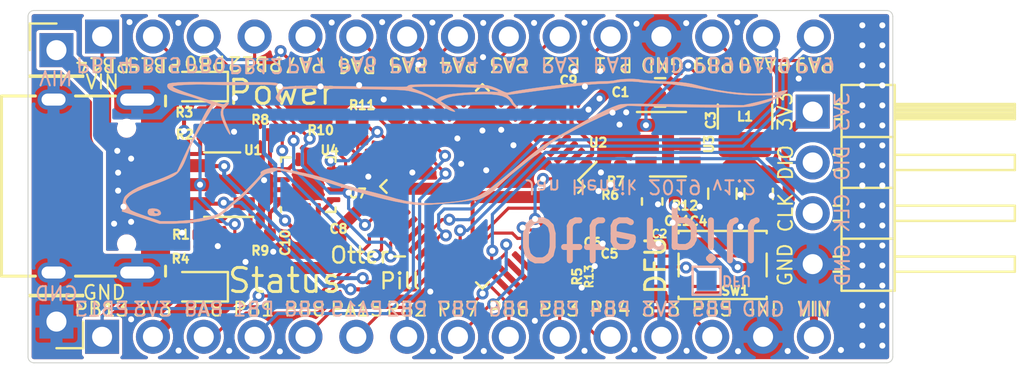
<source format=kicad_pcb>
(kicad_pcb (version 20171130) (host pcbnew 5.1.5-52549c5~84~ubuntu19.10.1)
  (layers (0 F.Cu signal) (31 B.Cu signal) (34 B.Paste user) (35 F.Paste user) (36 B.SilkS user) (37 F.SilkS user) (38 B.Mask user) (39 F.Mask user) (44 Edge.Cuts user))
  (net 0 "")
  (net 1 GND)
  (net 2 "Net-(C3-Pad2)")
  (net 3 "Net-(C3-Pad1)")
  (net 4 +3V3)
  (net 5 "Net-(D1-Pad1)")
  (net 6 "Net-(D2-Pad1)")
  (net 7 "Net-(J1-PadA8)")
  (net 8 "Net-(J1-PadB8)")
  (net 9 "Net-(R6-Pad2)")
  (net 10 "Net-(U2-Pad7)")
  (net 11 "Net-(U2-Pad6)")
  (net 12 "Net-(U2-Pad5)")
  (net 13 "Net-(U2-Pad4)")
  (net 14 "Net-(U2-Pad3)")
  (net 15 SWCLK)
  (net 16 SWDIO)
  (net 17 CC2)
  (net 18 CC1)
  (net 19 "Net-(R8-Pad2)")
  (net 20 "Net-(R9-Pad2)")
  (net 21 INT_N)
  (net 22 SDA)
  (net 23 SCL)
  (net 24 "Net-(U4-Pad13)")
  (net 25 "Net-(U4-Pad12)")
  (net 26 USB_P)
  (net 27 USB_N)
  (net 28 VIN)
  (net 29 "Net-(R12-Pad2)")
  (net 30 "Net-(J7-Pad1)")
  (net 31 "Net-(R13-Pad1)")
  (net 32 PB13)
  (net 33 PA9)
  (net 34 PA10)
  (net 35 PB9)
  (net 36 PA1)
  (net 37 PA2)
  (net 38 PA3)
  (net 39 PA4)
  (net 40 PA5)
  (net 41 PA6)
  (net 42 PA7)
  (net 43 PB0)
  (net 44 PB15)
  (net 45 PB14)
  (net 46 PB5)
  (net 47 PB4)
  (net 48 PB3)
  (net 49 PB6)
  (net 50 PB7)
  (net 51 PB2)
  (net 52 PA15)
  (net 53 PB8)
  (net 54 PB1)
  (net 55 PA8)
  (net 56 PA0)
  (module Capacitor_SMD:C_0603_1608Metric (layer F.Cu) (at 51.18 29.34 270)
    (fp_text reference C2 (at 1.62 -0.36) (layer F.SilkS) (effects (font (size 0.4 0.4) (thickness 0.1))))
    (fp_text value "100n 50V")
    (pad 1 smd roundrect (at -0.7875 0 270) (size 0.875 0.95) (layers F.Cu F.Paste F.Mask) (net 28 VIN))
    (pad 2 smd roundrect (at 0.7875 0 270) (size 0.875 0.95) (layers F.Cu F.Paste F.Mask) (net 1 GND))
  )
  (module otter:PinHeader_1x04_P2.54mm_Horizontal (layer F.Cu) (at 59.2 24.85)
    (fp_text reference J5 hide)
    (fp_text value SWD)
    (pad 4 thru_hole oval (at 0 7.62) (size 1.7 1.7) (drill 1) (layers *.Cu *.Mask) (net 1 GND))
    (pad 3 thru_hole oval (at 0 5.08) (size 1.7 1.7) (drill 1) (layers *.Cu *.Mask) (net 15 SWCLK))
    (pad 2 thru_hole oval (at 0 2.54) (size 1.7 1.7) (drill 1) (layers *.Cu *.Mask) (net 16 SWDIO))
    (pad 1 thru_hole rect (at 0 0) (size 1.7 1.7) (drill 1) (layers *.Cu *.Mask) (net 4 +3V3))
  )
  (module Resistor_SMD:R_0402_1005Metric (layer F.Cu) (at 49.83 33.09 90)
    (fp_text reference R13 (at 0 -1.8 270) (layer F.SilkS) (effects (font (size 0.4 0.4) (thickness 0.1))))
    (fp_text value 100)
    (pad 1 smd roundrect (at -0.485 0 90) (size 0.59 0.64) (layers F.Cu F.Paste F.Mask) (net 31 "Net-(R13-Pad1)"))
    (pad 2 smd roundrect (at 0.485 0 90) (size 0.59 0.64) (layers F.Cu F.Paste F.Mask) (net 30 "Net-(J7-Pad1)"))
  )
  (module TestPoint:TestPoint_Pad_1.0x1.0mm (layer B.Cu) (at 53.9 33.3)
    (fp_text reference J7 hide)
    (fp_text value PAD)
    (pad 1 smd rect (at 0 0) (size 1 1) (layers B.Cu B.Mask) (net 30 "Net-(J7-Pad1)"))
  )
  (module Inductor_SMD:L_1210_3225Metric (layer F.Cu) (at 55.82 25.1 270)
    (fp_text reference L1 (at 0 0) (layer F.SilkS) (effects (font (size 0.45 0.45) (thickness 0.1125))))
    (fp_text value 4u7)
    (pad 1 smd roundrect (at -1.4 0 270) (size 1.25 2.65) (layers F.Cu F.Paste F.Mask) (roundrect_rratio 0.2) (net 2 "Net-(C3-Pad2)"))
    (pad 2 smd roundrect (at 1.4 0 270) (size 1.25 2.65) (layers F.Cu F.Paste F.Mask) (roundrect_rratio 0.2) (net 4 +3V3))
  )
  (module Capacitor_SMD:C_0805_2012Metric (layer F.Cu) (at 54.69 28.95 270)
    (fp_text reference C11 (at 1.36 2.25) (layer F.SilkS) (effects (font (size 0.45 0.45) (thickness 0.1125))))
    (fp_text value "10u 25V")
    (pad 1 smd roundrect (at -0.9375 0 270) (size 0.975 1.4) (layers F.Cu F.Paste F.Mask) (net 4 +3V3))
    (pad 2 smd roundrect (at 0.9375 0 270) (size 0.975 1.4) (layers F.Cu F.Paste F.Mask) (net 1 GND))
  )
  (module Resistor_SMD:R_0402_1005Metric (layer F.Cu) (at 52.8 28.75)
    (fp_text reference R12 (at 0.02 0.8) (layer F.SilkS) (effects (font (size 0.45 0.45) (thickness 0.1125))))
    (fp_text value 100k)
    (pad 1 smd roundrect (at -0.485 0) (size 0.59 0.64) (layers F.Cu F.Paste F.Mask) (net 28 VIN))
    (pad 2 smd roundrect (at 0.485 0) (size 0.59 0.64) (layers F.Cu F.Paste F.Mask) (net 29 "Net-(R12-Pad2)"))
  )
  (module Connector_PinHeader_2.54mm:PinHeader_1x01_P2.54mm_Vertical (layer F.Cu) (at 21.42 21.78)
    (fp_text reference J2 hide)
    (fp_text value VBUS)
    (pad 1 thru_hole rect (at 0 0) (size 1.7 1.7) (drill 1) (layers *.Cu *.Mask) (net 28 VIN))
  )
  (module Connector_PinHeader_2.54mm:PinHeader_1x01_P2.54mm_Vertical (layer F.Cu) (at 21.42 35.34 180)
    (fp_text reference J6 hide)
    (fp_text value GND)
    (pad 1 thru_hole rect (at 0 0 180) (size 1.7 1.7) (drill 1) (layers *.Cu *.Mask) (net 1 GND))
  )
  (module Package_QFP:LQFP-48_7x7mm_P0.5mm (layer F.Cu) (at 42.7 28.589949 225)
    (fp_text reference U2 (at -5.635605 -2.538549) (layer F.SilkS) (effects (font (size 0.45 0.45) (thickness 0.1125))))
    (fp_text value STM32F072C8Tx)
    (pad 1 smd roundrect (at -4.1625 -2.75 225) (size 1.475 0.3) (layers F.Cu F.Paste F.Mask) (net 4 +3V3))
    (pad 2 smd roundrect (at -4.1625 -2.25 225) (size 1.475 0.3) (layers F.Cu F.Paste F.Mask) (net 30 "Net-(J7-Pad1)"))
    (pad 3 smd roundrect (at -4.1625 -1.75 225) (size 1.475 0.3) (layers F.Cu F.Paste F.Mask) (net 14 "Net-(U2-Pad3)"))
    (pad 4 smd roundrect (at -4.1625 -1.249999 225) (size 1.475 0.3) (layers F.Cu F.Paste F.Mask) (net 13 "Net-(U2-Pad4)"))
    (pad 5 smd roundrect (at -4.1625 -0.75 225) (size 1.475 0.3) (layers F.Cu F.Paste F.Mask) (net 12 "Net-(U2-Pad5)"))
    (pad 6 smd roundrect (at -4.1625 -0.25 225) (size 1.475 0.3) (layers F.Cu F.Paste F.Mask) (net 11 "Net-(U2-Pad6)"))
    (pad 7 smd roundrect (at -4.1625 0.25 225) (size 1.475 0.3) (layers F.Cu F.Paste F.Mask) (net 10 "Net-(U2-Pad7)"))
    (pad 8 smd roundrect (at -4.1625 0.75 225) (size 1.475 0.3) (layers F.Cu F.Paste F.Mask) (net 1 GND))
    (pad 9 smd roundrect (at -4.1625 1.249999 225) (size 1.475 0.3) (layers F.Cu F.Paste F.Mask) (net 4 +3V3))
    (pad 10 smd roundrect (at -4.1625 1.75 225) (size 1.475 0.3) (layers F.Cu F.Paste F.Mask) (net 56 PA0))
    (pad 11 smd roundrect (at -4.1625 2.25 225) (size 1.475 0.3) (layers F.Cu F.Paste F.Mask) (net 36 PA1))
    (pad 12 smd roundrect (at -4.1625 2.75 225) (size 1.475 0.3) (layers F.Cu F.Paste F.Mask) (net 37 PA2))
    (pad 13 smd roundrect (at -2.75 4.1625 225) (size 0.3 1.475) (layers F.Cu F.Paste F.Mask) (net 38 PA3))
    (pad 14 smd roundrect (at -2.25 4.1625 225) (size 0.3 1.475) (layers F.Cu F.Paste F.Mask) (net 39 PA4))
    (pad 15 smd roundrect (at -1.75 4.1625 225) (size 0.3 1.475) (layers F.Cu F.Paste F.Mask) (net 40 PA5))
    (pad 16 smd roundrect (at -1.249999 4.1625 225) (size 0.3 1.475) (layers F.Cu F.Paste F.Mask) (net 41 PA6))
    (pad 17 smd roundrect (at -0.75 4.1625 225) (size 0.3 1.475) (layers F.Cu F.Paste F.Mask) (net 42 PA7))
    (pad 18 smd roundrect (at -0.25 4.1625 225) (size 0.3 1.475) (layers F.Cu F.Paste F.Mask) (net 43 PB0))
    (pad 19 smd roundrect (at 0.25 4.1625 225) (size 0.3 1.475) (layers F.Cu F.Paste F.Mask) (net 54 PB1))
    (pad 20 smd roundrect (at 0.75 4.1625 225) (size 0.3 1.475) (layers F.Cu F.Paste F.Mask) (net 51 PB2))
    (pad 21 smd roundrect (at 1.249999 4.1625 225) (size 0.3 1.475) (layers F.Cu F.Paste F.Mask) (net 23 SCL))
    (pad 22 smd roundrect (at 1.75 4.1625 225) (size 0.3 1.475) (layers F.Cu F.Paste F.Mask) (net 22 SDA))
    (pad 23 smd roundrect (at 2.25 4.1625 225) (size 0.3 1.475) (layers F.Cu F.Paste F.Mask) (net 1 GND))
    (pad 24 smd roundrect (at 2.75 4.1625 225) (size 0.3 1.475) (layers F.Cu F.Paste F.Mask) (net 4 +3V3))
    (pad 25 smd roundrect (at 4.1625 2.75 225) (size 1.475 0.3) (layers F.Cu F.Paste F.Mask) (net 21 INT_N))
    (pad 26 smd roundrect (at 4.1625 2.25 225) (size 1.475 0.3) (layers F.Cu F.Paste F.Mask) (net 32 PB13))
    (pad 27 smd roundrect (at 4.1625 1.75 225) (size 1.475 0.3) (layers F.Cu F.Paste F.Mask) (net 45 PB14))
    (pad 28 smd roundrect (at 4.1625 1.249999 225) (size 1.475 0.3) (layers F.Cu F.Paste F.Mask) (net 44 PB15))
    (pad 29 smd roundrect (at 4.1625 0.75 225) (size 1.475 0.3) (layers F.Cu F.Paste F.Mask) (net 55 PA8))
    (pad 30 smd roundrect (at 4.1625 0.25 225) (size 1.475 0.3) (layers F.Cu F.Paste F.Mask) (net 33 PA9))
    (pad 31 smd roundrect (at 4.1625 -0.25 225) (size 1.475 0.3) (layers F.Cu F.Paste F.Mask) (net 34 PA10))
    (pad 32 smd roundrect (at 4.1625 -0.75 225) (size 1.475 0.3) (layers F.Cu F.Paste F.Mask) (net 27 USB_N))
    (pad 33 smd roundrect (at 4.1625 -1.249999 225) (size 1.475 0.3) (layers F.Cu F.Paste F.Mask) (net 26 USB_P))
    (pad 34 smd roundrect (at 4.1625 -1.75 225) (size 1.475 0.3) (layers F.Cu F.Paste F.Mask) (net 16 SWDIO))
    (pad 35 smd roundrect (at 4.1625 -2.25 225) (size 1.475 0.3) (layers F.Cu F.Paste F.Mask) (net 1 GND))
    (pad 36 smd roundrect (at 4.1625 -2.75 225) (size 1.475 0.3) (layers F.Cu F.Paste F.Mask) (net 4 +3V3))
    (pad 37 smd roundrect (at 2.75 -4.1625 225) (size 0.3 1.475) (layers F.Cu F.Paste F.Mask) (net 15 SWCLK))
    (pad 38 smd roundrect (at 2.25 -4.1625 225) (size 0.3 1.475) (layers F.Cu F.Paste F.Mask) (net 52 PA15))
    (pad 39 smd roundrect (at 1.75 -4.1625 225) (size 0.3 1.475) (layers F.Cu F.Paste F.Mask) (net 48 PB3))
    (pad 40 smd roundrect (at 1.249999 -4.1625 225) (size 0.3 1.475) (layers F.Cu F.Paste F.Mask) (net 47 PB4))
    (pad 41 smd roundrect (at 0.75 -4.1625 225) (size 0.3 1.475) (layers F.Cu F.Paste F.Mask) (net 46 PB5))
    (pad 42 smd roundrect (at 0.25 -4.1625 225) (size 0.3 1.475) (layers F.Cu F.Paste F.Mask) (net 49 PB6))
    (pad 43 smd roundrect (at -0.25 -4.1625 225) (size 0.3 1.475) (layers F.Cu F.Paste F.Mask) (net 50 PB7))
    (pad 44 smd roundrect (at -0.75 -4.1625 225) (size 0.3 1.475) (layers F.Cu F.Paste F.Mask) (net 30 "Net-(J7-Pad1)"))
    (pad 45 smd roundrect (at -1.249999 -4.1625 225) (size 0.3 1.475) (layers F.Cu F.Paste F.Mask) (net 53 PB8))
    (pad 46 smd roundrect (at -1.75 -4.1625 225) (size 0.3 1.475) (layers F.Cu F.Paste F.Mask) (net 35 PB9))
    (pad 47 smd roundrect (at -2.25 -4.1625 225) (size 0.3 1.475) (layers F.Cu F.Paste F.Mask) (net 1 GND))
    (pad 48 smd roundrect (at -2.75 -4.1625 225) (size 0.3 1.475) (layers F.Cu F.Paste F.Mask) (net 4 +3V3))
  )
  (module Connector_PinHeader_2.54mm:PinHeader_1x15_P2.54mm_Vertical (layer F.Cu) (at 23.7 21.1 90)
    (fp_text reference J3 hide)
    (fp_text value 1)
    (pad 15 thru_hole oval (at 0 35.56 90) (size 1.7 1.7) (drill 1) (layers *.Cu *.Mask) (net 33 PA9))
    (pad 14 thru_hole oval (at 0 33.02 90) (size 1.7 1.7) (drill 1) (layers *.Cu *.Mask) (net 34 PA10))
    (pad 13 thru_hole oval (at 0 30.48 90) (size 1.7 1.7) (drill 1) (layers *.Cu *.Mask) (net 35 PB9))
    (pad 12 thru_hole oval (at 0 27.94 90) (size 1.7 1.7) (drill 1) (layers *.Cu *.Mask) (net 1 GND))
    (pad 11 thru_hole oval (at 0 25.4 90) (size 1.7 1.7) (drill 1) (layers *.Cu *.Mask) (net 36 PA1))
    (pad 10 thru_hole oval (at 0 22.86 90) (size 1.7 1.7) (drill 1) (layers *.Cu *.Mask) (net 37 PA2))
    (pad 9 thru_hole oval (at 0 20.32 90) (size 1.7 1.7) (drill 1) (layers *.Cu *.Mask) (net 38 PA3))
    (pad 8 thru_hole oval (at 0 17.78 90) (size 1.7 1.7) (drill 1) (layers *.Cu *.Mask) (net 39 PA4))
    (pad 7 thru_hole oval (at 0 15.24 90) (size 1.7 1.7) (drill 1) (layers *.Cu *.Mask) (net 40 PA5))
    (pad 6 thru_hole oval (at 0 12.7 90) (size 1.7 1.7) (drill 1) (layers *.Cu *.Mask) (net 41 PA6))
    (pad 5 thru_hole oval (at 0 10.16 90) (size 1.7 1.7) (drill 1) (layers *.Cu *.Mask) (net 42 PA7))
    (pad 4 thru_hole oval (at 0 7.62 90) (size 1.7 1.7) (drill 1) (layers *.Cu *.Mask) (net 21 INT_N))
    (pad 3 thru_hole oval (at 0 5.08 90) (size 1.7 1.7) (drill 1) (layers *.Cu *.Mask) (net 43 PB0))
    (pad 2 thru_hole oval (at 0 2.54 90) (size 1.7 1.7) (drill 1) (layers *.Cu *.Mask) (net 44 PB15))
    (pad 1 thru_hole rect (at 0 0 90) (size 1.7 1.7) (drill 1) (layers *.Cu *.Mask) (net 45 PB14))
  )
  (module Connector_PinHeader_2.54mm:PinHeader_1x15_P2.54mm_Vertical (layer F.Cu) (at 23.7 36.1 90)
    (fp_text reference J4 hide)
    (fp_text value 2)
    (pad 15 thru_hole oval (at 0 35.56 90) (size 1.7 1.7) (drill 1) (layers *.Cu *.Mask) (net 28 VIN))
    (pad 14 thru_hole oval (at 0 33.02 90) (size 1.7 1.7) (drill 1) (layers *.Cu *.Mask) (net 1 GND))
    (pad 13 thru_hole oval (at 0 30.48 90) (size 1.7 1.7) (drill 1) (layers *.Cu *.Mask) (net 46 PB5))
    (pad 12 thru_hole oval (at 0 27.94 90) (size 1.7 1.7) (drill 1) (layers *.Cu *.Mask) (net 4 +3V3))
    (pad 11 thru_hole oval (at 0 25.4 90) (size 1.7 1.7) (drill 1) (layers *.Cu *.Mask) (net 47 PB4))
    (pad 10 thru_hole oval (at 0 22.86 90) (size 1.7 1.7) (drill 1) (layers *.Cu *.Mask) (net 48 PB3))
    (pad 9 thru_hole oval (at 0 20.32 90) (size 1.7 1.7) (drill 1) (layers *.Cu *.Mask) (net 49 PB6))
    (pad 8 thru_hole oval (at 0 17.78 90) (size 1.7 1.7) (drill 1) (layers *.Cu *.Mask) (net 50 PB7))
    (pad 7 thru_hole oval (at 0 15.24 90) (size 1.7 1.7) (drill 1) (layers *.Cu *.Mask) (net 51 PB2))
    (pad 6 thru_hole oval (at 0 12.7 90) (size 1.7 1.7) (drill 1) (layers *.Cu *.Mask) (net 52 PA15))
    (pad 5 thru_hole oval (at 0 10.16 90) (size 1.7 1.7) (drill 1) (layers *.Cu *.Mask) (net 53 PB8))
    (pad 4 thru_hole oval (at 0 7.62 90) (size 1.7 1.7) (drill 1) (layers *.Cu *.Mask) (net 54 PB1))
    (pad 3 thru_hole oval (at 0 5.08 90) (size 1.7 1.7) (drill 1) (layers *.Cu *.Mask) (net 55 PA8))
    (pad 2 thru_hole oval (at 0 2.54 90) (size 1.7 1.7) (drill 1) (layers *.Cu *.Mask) (net 4 +3V3))
    (pad 1 thru_hole rect (at 0 0 90) (size 1.7 1.7) (drill 1) (layers *.Cu *.Mask) (net 32 PB13))
  )
  (module Button_Switch_SMD:SW_SPST_PTS810 (layer F.Cu) (at 54.7 32.512 180)
    (fp_text reference SW1 (at -0.625 -1.288 180) (layer F.SilkS) (effects (font (size 0.45 0.45) (thickness 0.1125))))
    (fp_text value DFU)
    (pad 2 smd rect (at 2.075 1.075 180) (size 1.05 0.65) (layers F.Cu F.Paste F.Mask) (net 4 +3V3))
    (pad 2 smd rect (at -2.075 1.075 180) (size 1.05 0.65) (layers F.Cu F.Paste F.Mask) (net 4 +3V3))
    (pad 1 smd rect (at 2.075 -1.075 180) (size 1.05 0.65) (layers F.Cu F.Paste F.Mask) (net 31 "Net-(R13-Pad1)"))
    (pad 1 smd rect (at -2.075 -1.075 180) (size 1.05 0.65) (layers F.Cu F.Paste F.Mask) (net 31 "Net-(R13-Pad1)"))
  )
  (module Capacitor_SMD:C_0402_1005Metric (layer F.Cu) (at 33.6 31.4 270)
    (fp_text reference C10 (at 0 0.75 90) (layer F.SilkS) (effects (font (size 0.45 0.45) (thickness 0.1125))))
    (fp_text value "100n 50V")
    (pad 2 smd roundrect (at 0.485 0 270) (size 0.59 0.64) (layers F.Cu F.Paste F.Mask) (net 1 GND))
    (pad 1 smd roundrect (at -0.485 0 270) (size 0.59 0.64) (layers F.Cu F.Paste F.Mask) (net 28 VIN))
  )
  (module Capacitor_SMD:C_0402_1005Metric (layer F.Cu) (at 46.1 23.8 315)
    (fp_text reference C9 (at 0.282843 -0.989949 180) (layer F.SilkS) (effects (font (size 0.45 0.45) (thickness 0.1125))))
    (fp_text value "100n 50V")
    (pad 2 smd roundrect (at 0.485 0 315) (size 0.59 0.64) (layers F.Cu F.Paste F.Mask) (net 1 GND))
    (pad 1 smd roundrect (at -0.485 0 315) (size 0.59 0.64) (layers F.Cu F.Paste F.Mask) (net 4 +3V3))
  )
  (module Capacitor_SMD:C_0402_1005Metric (layer F.Cu) (at 34.6 31.4 270)
    (fp_text reference C8 (at -0.69 -0.91 180) (layer F.SilkS) (effects (font (size 0.45 0.45) (thickness 0.1125))))
    (fp_text value "100n 50V")
    (pad 2 smd roundrect (at 0.485 0 270) (size 0.59 0.64) (layers F.Cu F.Paste F.Mask) (net 1 GND))
    (pad 1 smd roundrect (at -0.485 0 270) (size 0.59 0.64) (layers F.Cu F.Paste F.Mask) (net 4 +3V3))
  )
  (module Capacitor_SMD:C_0402_1005Metric (layer F.Cu) (at 36.47 27.7 270)
    (fp_text reference C7 (at 1.24 0.01 180) (layer F.SilkS) (effects (font (size 0.45 0.45) (thickness 0.1125))))
    (fp_text value "100n 50V")
    (pad 2 smd roundrect (at 0.485 0 270) (size 0.59 0.64) (layers F.Cu F.Paste F.Mask) (net 1 GND))
    (pad 1 smd roundrect (at -0.485 0 270) (size 0.59 0.64) (layers F.Cu F.Paste F.Mask) (net 4 +3V3))
  )
  (module Capacitor_SMD:C_0402_1005Metric (layer F.Cu) (at 48.92 30.255 270)
    (fp_text reference C6 (at 1.145 0.72 180) (layer F.SilkS) (effects (font (size 0.45 0.45) (thickness 0.1125))))
    (fp_text value "100n 50V")
    (pad 2 smd roundrect (at 0.485 0 270) (size 0.59 0.64) (layers F.Cu F.Paste F.Mask) (net 1 GND))
    (pad 1 smd roundrect (at -0.485 0 270) (size 0.59 0.64) (layers F.Cu F.Paste F.Mask) (net 4 +3V3))
  )
  (module Capacitor_SMD:C_0402_1005Metric (layer F.Cu) (at 49.93 31 270)
    (fp_text reference C5 (at 0.95 0.88 180) (layer F.SilkS) (effects (font (size 0.45 0.45) (thickness 0.1125))))
    (fp_text value "100n 50V")
    (pad 2 smd roundrect (at 0.485 0 270) (size 0.59 0.64) (layers F.Cu F.Paste F.Mask) (net 1 GND))
    (pad 1 smd roundrect (at -0.485 0 270) (size 0.59 0.64) (layers F.Cu F.Paste F.Mask) (net 4 +3V3))
  )
  (module Capacitor_SMD:C_0402_1005Metric (layer F.Cu) (at 53.72 23.87 270)
    (fp_text reference C3 (at 1.41 -0.39 270) (layer F.SilkS) (effects (font (size 0.45 0.45) (thickness 0.1125))))
    (fp_text value "100n 50V")
    (pad 2 smd roundrect (at 0.485 0 270) (size 0.59 0.64) (layers F.Cu F.Paste F.Mask) (net 2 "Net-(C3-Pad2)"))
    (pad 1 smd roundrect (at -0.485 0 270) (size 0.59 0.64) (layers F.Cu F.Paste F.Mask) (net 3 "Net-(C3-Pad1)"))
  )
  (module Resistor_SMD:R_0402_1005Metric (layer F.Cu) (at 36.69 25.770001 90)
    (fp_text reference R11 (at 1.240001 0 180) (layer F.SilkS) (effects (font (size 0.45 0.45) (thickness 0.1125))))
    (fp_text value 3k3)
    (pad 2 smd roundrect (at 0.485 0 90) (size 0.59 0.64) (layers F.Cu F.Paste F.Mask) (net 22 SDA))
    (pad 1 smd roundrect (at -0.485 0 90) (size 0.59 0.64) (layers F.Cu F.Paste F.Mask) (net 4 +3V3))
  )
  (module Resistor_SMD:R_0402_1005Metric (layer F.Cu) (at 35.69 25.770001 90)
    (fp_text reference R10 (at -0.009999 -1.07 -180) (layer F.SilkS) (effects (font (size 0.45 0.45) (thickness 0.1125))))
    (fp_text value 3k3)
    (pad 2 smd roundrect (at 0.485 0 90) (size 0.59 0.64) (layers F.Cu F.Paste F.Mask) (net 23 SCL))
    (pad 1 smd roundrect (at -0.485 0 90) (size 0.59 0.64) (layers F.Cu F.Paste F.Mask) (net 4 +3V3))
  )
  (module Resistor_SMD:R_0402_1005Metric (layer F.Cu) (at 31.6 31)
    (fp_text reference R9 (at 0 0.8) (layer F.SilkS) (effects (font (size 0.45 0.45) (thickness 0.1125))))
    (fp_text value 0)
    (pad 2 smd roundrect (at 0.485 0) (size 0.59 0.64) (layers F.Cu F.Paste F.Mask) (net 20 "Net-(R9-Pad2)"))
    (pad 1 smd roundrect (at -0.485 0) (size 0.59 0.64) (layers F.Cu F.Paste F.Mask) (net 17 CC2))
  )
  (module Resistor_SMD:R_0402_1005Metric (layer F.Cu) (at 31.6 26)
    (fp_text reference R8 (at 0 -0.74) (layer F.SilkS) (effects (font (size 0.45 0.45) (thickness 0.1125))))
    (fp_text value 0)
    (pad 2 smd roundrect (at 0.485 0) (size 0.59 0.64) (layers F.Cu F.Paste F.Mask) (net 19 "Net-(R8-Pad2)"))
    (pad 1 smd roundrect (at -0.485 0) (size 0.59 0.64) (layers F.Cu F.Paste F.Mask) (net 18 CC1))
  )
  (module Resistor_SMD:R_0402_1005Metric (layer F.Cu) (at 49.6 27.085 90)
    (fp_text reference R7 (at -1.255 -0.24 180) (layer F.SilkS) (effects (font (size 0.45 0.45) (thickness 0.1125))))
    (fp_text value 22k)
    (pad 2 smd roundrect (at 0.485 0 90) (size 0.59 0.64) (layers F.Cu F.Paste F.Mask) (net 1 GND))
    (pad 1 smd roundrect (at -0.485 0 90) (size 0.59 0.64) (layers F.Cu F.Paste F.Mask) (net 9 "Net-(R6-Pad2)"))
  )
  (module Resistor_SMD:R_0402_1005Metric (layer F.Cu) (at 49.93 28.99 90)
    (fp_text reference R6 (at -0.02 -0.85 -180) (layer F.SilkS) (effects (font (size 0.45 0.45) (thickness 0.1125))))
    (fp_text value 100k)
    (pad 2 smd roundrect (at 0.485 0 90) (size 0.59 0.64) (layers F.Cu F.Paste F.Mask) (net 9 "Net-(R6-Pad2)"))
    (pad 1 smd roundrect (at -0.485 0 90) (size 0.59 0.64) (layers F.Cu F.Paste F.Mask) (net 4 +3V3))
  )
  (module Resistor_SMD:R_0402_1005Metric (layer F.Cu) (at 48.8 33.095 90)
    (fp_text reference R5 (at 0.005 -1.37 270) (layer F.SilkS) (effects (font (size 0.45 0.45) (thickness 0.1125))))
    (fp_text value 3k3)
    (pad 2 smd roundrect (at 0.485 0 90) (size 0.59 0.64) (layers F.Cu F.Paste F.Mask) (net 1 GND))
    (pad 1 smd roundrect (at -0.485 0 90) (size 0.59 0.64) (layers F.Cu F.Paste F.Mask) (net 30 "Net-(J7-Pad1)"))
  )
  (module Resistor_SMD:R_0402_1005Metric (layer F.Cu) (at 29 32.2)
    (fp_text reference R4 (at -1.38 0) (layer F.SilkS) (effects (font (size 0.45 0.45) (thickness 0.1125))))
    (fp_text value 3k3)
    (pad 2 smd roundrect (at 0.485 0) (size 0.59 0.64) (layers F.Cu F.Paste F.Mask) (net 1 GND))
    (pad 1 smd roundrect (at -0.485 0) (size 0.59 0.64) (layers F.Cu F.Paste F.Mask) (net 6 "Net-(D2-Pad1)"))
  )
  (module Resistor_SMD:R_0402_1005Metric (layer F.Cu) (at 29.2 24.9)
    (fp_text reference R3 (at -1.39 0) (layer F.SilkS) (effects (font (size 0.45 0.45) (thickness 0.1125))))
    (fp_text value 3k3)
    (pad 2 smd roundrect (at 0.485 0) (size 0.59 0.64) (layers F.Cu F.Paste F.Mask) (net 1 GND))
    (pad 1 smd roundrect (at -0.485 0) (size 0.59 0.64) (layers F.Cu F.Paste F.Mask) (net 5 "Net-(D1-Pad1)"))
  )
  (module Resistor_SMD:R_0402_1005Metric (layer F.Cu) (at 29.2 26 180)
    (fp_text reference R2 (at 1.37 0 180) (layer F.SilkS) (effects (font (size 0.45 0.45) (thickness 0.1125))))
    (fp_text value DNP)
    (pad 2 smd roundrect (at 0.485 0 180) (size 0.59 0.64) (layers F.Cu F.Paste F.Mask) (net 18 CC1))
    (pad 1 smd roundrect (at -0.485 0 180) (size 0.59 0.64) (layers F.Cu F.Paste F.Mask) (net 1 GND))
  )
  (module Resistor_SMD:R_0402_1005Metric (layer F.Cu) (at 29 31 180)
    (fp_text reference R1 (at 1.36 0 180) (layer F.SilkS) (effects (font (size 0.45 0.45) (thickness 0.1125))))
    (fp_text value DNP)
    (pad 2 smd roundrect (at 0.485 0 180) (size 0.59 0.64) (layers F.Cu F.Paste F.Mask) (net 17 CC2))
    (pad 1 smd roundrect (at -0.485 0 180) (size 0.59 0.64) (layers F.Cu F.Paste F.Mask) (net 1 GND))
  )
  (module Package_DFN_QFN:WQFN-14-1EP_2.5x2.5mm_P0.5mm_EP1.45x1.45mm (layer F.Cu) (at 34 28.5 90)
    (fp_text reference U4 (at 1.72 1.07 180) (layer F.SilkS) (effects (font (size 0.45 0.45) (thickness 0.1125))))
    (fp_text value FUSB302BMPX)
    (pad 14 smd roundrect (at -0.75 -1.2625 90) (size 0.25 0.675) (layers F.Cu F.Paste F.Mask) (net 20 "Net-(R9-Pad2)"))
    (pad 13 smd roundrect (at -0.25 -1.2625 90) (size 0.25 0.675) (layers F.Cu F.Paste F.Mask) (net 24 "Net-(U4-Pad13)"))
    (pad 12 smd roundrect (at 0.25 -1.2625 90) (size 0.25 0.675) (layers F.Cu F.Paste F.Mask) (net 25 "Net-(U4-Pad12)"))
    (pad 11 smd roundrect (at 0.75 -1.2625 90) (size 0.25 0.675) (layers F.Cu F.Paste F.Mask) (net 19 "Net-(R8-Pad2)"))
    (pad 10 smd roundrect (at 1.2625 -0.5 90) (size 0.675 0.25) (layers F.Cu F.Paste F.Mask) (net 19 "Net-(R8-Pad2)"))
    (pad 9 smd roundrect (at 1.2625 0 90) (size 0.675 0.25) (layers F.Cu F.Paste F.Mask) (net 1 GND))
    (pad 8 smd roundrect (at 1.2625 0.5 90) (size 0.675 0.25) (layers F.Cu F.Paste F.Mask) (net 1 GND))
    (pad 7 smd roundrect (at 0.75 1.2625 90) (size 0.25 0.675) (layers F.Cu F.Paste F.Mask) (net 22 SDA))
    (pad 6 smd roundrect (at 0.25 1.2625 90) (size 0.25 0.675) (layers F.Cu F.Paste F.Mask) (net 23 SCL))
    (pad 5 smd roundrect (at -0.25 1.2625 90) (size 0.25 0.675) (layers F.Cu F.Paste F.Mask) (net 21 INT_N))
    (pad 4 smd roundrect (at -0.75 1.2625 90) (size 0.25 0.675) (layers F.Cu F.Paste F.Mask) (net 4 +3V3))
    (pad 3 smd roundrect (at -1.2625 0.5 90) (size 0.675 0.25) (layers F.Cu F.Paste F.Mask) (net 4 +3V3))
    (pad 2 smd roundrect (at -1.2625 0 90) (size 0.675 0.25) (layers F.Cu F.Paste F.Mask) (net 28 VIN))
    (pad 1 smd roundrect (at -1.2625 -0.5 90) (size 0.675 0.25) (layers F.Cu F.Paste F.Mask) (net 20 "Net-(R9-Pad2)"))
    (pad 15 smd roundrect (at 0 0 90) (size 1.45 1.45) (layers F.Cu F.Mask) (roundrect_rratio 0.172414) (net 1 GND))
  )
  (module Package_TO_SOT_SMD:SOT-23-6 (layer F.Cu) (at 51.97 26.48)
    (fp_text reference U3 (at 2.05 0 -270) (layer F.SilkS) (effects (font (size 0.45 0.45) (thickness 0.1125))))
    (fp_text value SY8201)
    (pad 5 smd rect (at 1.1 0) (size 1.06 0.65) (layers F.Cu F.Paste F.Mask) (net 28 VIN))
    (pad 6 smd rect (at 1.1 -0.95) (size 1.06 0.65) (layers F.Cu F.Paste F.Mask) (net 2 "Net-(C3-Pad2)"))
    (pad 4 smd rect (at 1.1 0.95) (size 1.06 0.65) (layers F.Cu F.Paste F.Mask) (net 29 "Net-(R12-Pad2)"))
    (pad 3 smd rect (at -1.1 0.95) (size 1.06 0.65) (layers F.Cu F.Paste F.Mask) (net 9 "Net-(R6-Pad2)"))
    (pad 2 smd rect (at -1.1 0) (size 1.06 0.65) (layers F.Cu F.Paste F.Mask) (net 1 GND))
    (pad 1 smd rect (at -1.1 -0.95) (size 1.06 0.65) (layers F.Cu F.Paste F.Mask) (net 3 "Net-(C3-Pad1)"))
  )
  (module Package_TO_SOT_SMD:SOT-23-6 (layer F.Cu) (at 29.7 28.5 180)
    (fp_text reference U1 (at -1.55 1.725 180) (layer F.SilkS) (effects (font (size 0.45 0.45) (thickness 0.1125))))
    (fp_text value USBLC6-4)
    (pad 5 smd rect (at 1.1 0 180) (size 1.06 0.65) (layers F.Cu F.Paste F.Mask) (net 4 +3V3))
    (pad 6 smd rect (at 1.1 -0.95 180) (size 1.06 0.65) (layers F.Cu F.Paste F.Mask) (net 26 USB_P))
    (pad 4 smd rect (at 1.1 0.95 180) (size 1.06 0.65) (layers F.Cu F.Paste F.Mask) (net 27 USB_N))
    (pad 3 smd rect (at -1.1 0.95 180) (size 1.06 0.65) (layers F.Cu F.Paste F.Mask) (net 18 CC1))
    (pad 2 smd rect (at -1.1 0 180) (size 1.06 0.65) (layers F.Cu F.Paste F.Mask) (net 1 GND))
    (pad 1 smd rect (at -1.1 -0.95 180) (size 1.06 0.65) (layers F.Cu F.Paste F.Mask) (net 17 CC2))
  )
  (module "otter:USB-C 16Pin" (layer F.Cu) (at 26.369999 28.57 270)
    (fp_text reference J1 hide)
    (fp_text value USB-c)
    (pad S1 thru_hole oval (at -4.32 0.915 270) (size 1 2.1) (drill oval 0.6 1.7) (layers *.Cu *.Mask) (net 1 GND))
    (pad S1 thru_hole oval (at 4.32 0.915 270) (size 1 2.1) (drill oval 0.6 1.7) (layers *.Cu *.Mask) (net 1 GND))
    (pad S1 thru_hole oval (at -4.32 5.095 270) (size 1 1.6) (drill oval 0.6 1.2) (layers *.Cu *.Mask) (net 1 GND))
    (pad S1 thru_hole oval (at 4.32 5.095 270) (size 1 1.6) (drill oval 0.6 1.2) (layers *.Cu *.Mask) (net 1 GND))
    (pad "" np_thru_hole circle (at 2.89 1.445 270) (size 0.65 0.65) (drill 0.65) (layers *.Cu *.Mask))
    (pad "" np_thru_hole circle (at -2.89 1.445 270) (size 0.65 0.65) (drill 0.65) (layers *.Cu *.Mask))
    (pad B1 smd rect (at 3.2 0 270) (size 0.6 1.45) (layers F.Cu F.Paste F.Mask) (net 1 GND))
    (pad B4 smd rect (at 2.4 0 270) (size 0.6 1.45) (layers F.Cu F.Paste F.Mask) (net 28 VIN))
    (pad B5 smd rect (at 1.75 0 270) (size 0.3 1.45) (layers F.Cu F.Paste F.Mask) (net 17 CC2))
    (pad A8 smd rect (at 1.25 0 270) (size 0.3 1.45) (layers F.Cu F.Paste F.Mask) (net 7 "Net-(J1-PadA8)"))
    (pad B6 smd rect (at 0.75 0 270) (size 0.3 1.45) (layers F.Cu F.Paste F.Mask) (net 26 USB_P))
    (pad A7 smd rect (at 0.25 0 270) (size 0.3 1.45) (layers F.Cu F.Paste F.Mask) (net 27 USB_N))
    (pad A6 smd rect (at -0.25 0 270) (size 0.3 1.45) (layers F.Cu F.Paste F.Mask) (net 26 USB_P))
    (pad B7 smd rect (at -0.75 0 270) (size 0.3 1.45) (layers F.Cu F.Paste F.Mask) (net 27 USB_N))
    (pad A5 smd rect (at -1.25 0 270) (size 0.3 1.45) (layers F.Cu F.Paste F.Mask) (net 18 CC1))
    (pad B8 smd rect (at -1.75 0 270) (size 0.3 1.45) (layers F.Cu F.Paste F.Mask) (net 8 "Net-(J1-PadB8)"))
    (pad A4 smd rect (at -2.4 0 270) (size 0.6 1.45) (layers F.Cu F.Paste F.Mask) (net 28 VIN))
    (pad A1 smd rect (at -3.2 0 270) (size 0.6 1.45) (layers F.Cu F.Paste F.Mask) (net 1 GND))
  )
  (module LED_SMD:LED_0603_1608Metric (layer F.Cu) (at 28.5 33.6 180)
    (fp_text reference D2 hide)
    (fp_text value "LED GREEN")
    (pad 2 smd roundrect (at 0.7875 0 180) (size 0.875 0.95) (layers F.Cu F.Paste F.Mask) (net 32 PB13))
    (pad 1 smd roundrect (at -0.7875 0 180) (size 0.875 0.95) (layers F.Cu F.Paste F.Mask) (net 6 "Net-(D2-Pad1)"))
  )
  (module LED_SMD:LED_0603_1608Metric (layer F.Cu) (at 28.5 23.6 180)
    (fp_text reference D1 hide)
    (fp_text value "LED RED")
    (pad 2 smd roundrect (at 0.7875 0 180) (size 0.875 0.95) (layers F.Cu F.Paste F.Mask) (net 4 +3V3))
    (pad 1 smd roundrect (at -0.7875 0 180) (size 0.875 0.95) (layers F.Cu F.Paste F.Mask) (net 5 "Net-(D1-Pad1)"))
  )
  (module Capacitor_SMD:C_0805_2012Metric (layer F.Cu) (at 56.5 28.96 270)
    (fp_text reference C4 (at 1.37 3.01) (layer F.SilkS) (effects (font (size 0.45 0.45) (thickness 0.1125))))
    (fp_text value "10u 25V")
    (pad 2 smd roundrect (at 0.9375 0 270) (size 0.975 1.4) (layers F.Cu F.Paste F.Mask) (net 1 GND))
    (pad 1 smd roundrect (at -0.9375 0 270) (size 0.975 1.4) (layers F.Cu F.Paste F.Mask) (net 4 +3V3))
  )
  (module Capacitor_SMD:C_0805_2012Metric (layer F.Cu) (at 51.58 23.89 180)
    (fp_text reference C1 (at 1.98 0.01) (layer F.SilkS) (effects (font (size 0.45 0.45) (thickness 0.1125))))
    (fp_text value "10u 25V")
    (pad 2 smd roundrect (at 0.9375 0 180) (size 0.975 1.4) (layers F.Cu F.Paste F.Mask) (net 1 GND))
    (pad 1 smd roundrect (at -0.9375 0 180) (size 0.975 1.4) (layers F.Cu F.Paste F.Mask) (net 28 VIN))
  )
  (module otter:otter_laying_3411 (layer B.Cu) (at 41 26.81)
    (fp_text reference G*** hide)
    (fp_text value LOGO hide)
  )
  (gr_text "Otter-\n     Pill" (at 37.06 32.67) (layer F.SilkS) (effects (font (size 0.8 0.8) (thickness 0.12))))
  (gr_text 3V3 (at 57.82 24.84 90) (layer F.SilkS) (effects (font (size 0.7 0.7) (thickness 0.1))))
  (gr_text GND (at 21.42 33.95) (layer B.SilkS) (effects (font (size 0.7 0.7) (thickness 0.1)) (justify mirror)))
  (gr_text VIN (at 21.39 23.16 180) (layer B.SilkS) (effects (font (size 0.7 0.7) (thickness 0.1)) (justify mirror)))
  (gr_text VIN (at 23.71 23.37) (layer F.SilkS) (effects (font (size 0.7 0.7) (thickness 0.1))))
  (gr_text GND (at 23.81 33.89) (layer F.SilkS) (effects (font (size 0.7 0.7) (thickness 0.1))))
  (gr_text DFU (at 55.4 33.3 180) (layer B.SilkS) (effects (font (size 0.5 0.5) (thickness 0.1)) (justify mirror)))
  (gr_text "Otterpill\n" (at 50.59 31.19 180) (layer B.SilkS) (effects (font (size 2 2) (thickness 0.3)) (justify mirror)))
  (gr_text "Jan Henrik 2019 v1.2" (at 50.59 28.6 180) (layer B.SilkS) (effects (font (size 0.7 0.7) (thickness 0.1)) (justify mirror)))
  (gr_text 3V3 (at 60.67 24.87 90) (layer B.SilkS) (effects (font (size 0.7 0.7) (thickness 0.1)) (justify mirror)))
  (gr_text DIO (at 60.67 27.42 90) (layer B.SilkS) (effects (font (size 0.7 0.7) (thickness 0.1)) (justify mirror)))
  (gr_text CLK (at 60.67 29.92 90) (layer B.SilkS) (effects (font (size 0.7 0.7) (thickness 0.1)) (justify mirror)))
  (gr_text GND (at 60.695 32.52 90) (layer B.SilkS) (effects (font (size 0.7 0.7) (thickness 0.1)) (justify mirror)))
  (gr_text GND (at 51.725 22.5 180) (layer B.SilkS) (effects (font (size 0.7 0.7) (thickness 0.1)) (justify mirror)))
  (gr_text PB0 (at 28.875 22.5 180) (layer B.SilkS) (effects (font (size 0.7 0.7) (thickness 0.1)) (justify mirror)))
  (gr_text PB9 (at 54.275 22.5 180) (layer B.SilkS) (effects (font (size 0.7 0.7) (thickness 0.1)) (justify mirror)))
  (gr_text PB12 (at 31.4 22.55 180) (layer B.SilkS) (effects (font (size 0.7 0.7) (thickness 0.1)) (justify mirror)))
  (gr_text PA6 (at 36.475 22.45 180) (layer B.SilkS) (effects (font (size 0.7 0.7) (thickness 0.1)) (justify mirror)))
  (gr_text PA10 (at 56.825 22.5 180) (layer B.SilkS) (effects (font (size 0.7 0.7) (thickness 0.1)) (justify mirror)))
  (gr_text PA1 (at 49.2 22.5 180) (layer B.SilkS) (effects (font (size 0.7 0.7) (thickness 0.1)) (justify mirror)))
  (gr_text PA5 (at 39.025 22.5 180) (layer B.SilkS) (effects (font (size 0.7 0.7) (thickness 0.1)) (justify mirror)))
  (gr_text PB14 (at 23.775 22.5 180) (layer B.SilkS) (effects (font (size 0.7 0.7) (thickness 0.1)) (justify mirror)))
  (gr_text PA3 (at 44.075 22.5 180) (layer B.SilkS) (effects (font (size 0.7 0.7) (thickness 0.1)) (justify mirror)))
  (gr_text PA9 (at 59.325 22.5 180) (layer B.SilkS) (effects (font (size 0.7 0.7) (thickness 0.1)) (justify mirror)))
  (gr_text PB15 (at 26.325 22.5 180) (layer B.SilkS) (effects (font (size 0.7 0.7) (thickness 0.1)) (justify mirror)))
  (gr_text PA4 (at 41.55 22.5 180) (layer B.SilkS) (effects (font (size 0.7 0.7) (thickness 0.1)) (justify mirror)))
  (gr_text PA7 (at 33.9 22.5 180) (layer B.SilkS) (effects (font (size 0.7 0.7) (thickness 0.1)) (justify mirror)))
  (gr_text PA2 (at 46.6 22.5 180) (layer B.SilkS) (effects (font (size 0.7 0.7) (thickness 0.1)) (justify mirror)))
  (gr_text PB7 (at 41.475 34.725) (layer B.SilkS) (effects (font (size 0.7 0.7) (thickness 0.1)) (justify mirror)))
  (gr_text GND (at 56.725 34.725) (layer B.SilkS) (effects (font (size 0.7 0.7) (thickness 0.1)) (justify mirror)))
  (gr_text PB1 (at 31.275 34.725) (layer B.SilkS) (effects (font (size 0.7 0.7) (thickness 0.1)) (justify mirror)))
  (gr_text PA8 (at 28.775 34.725) (layer B.SilkS) (effects (font (size 0.7 0.7) (thickness 0.1)) (justify mirror)))
  (gr_text PB3 (at 46.525 34.725) (layer B.SilkS) (effects (font (size 0.7 0.7) (thickness 0.1)) (justify mirror)))
  (gr_text 3V3 (at 51.625 34.725) (layer B.SilkS) (effects (font (size 0.7 0.7) (thickness 0.1)) (justify mirror)))
  (gr_text PB5 (at 54.175 34.725) (layer B.SilkS) (effects (font (size 0.7 0.7) (thickness 0.1)) (justify mirror)))
  (gr_text PB4 (at 49.075 34.725) (layer B.SilkS) (effects (font (size 0.7 0.7) (thickness 0.1)) (justify mirror)))
  (gr_text PA15 (at 36.425 34.725) (layer B.SilkS) (effects (font (size 0.7 0.7) (thickness 0.1)) (justify mirror)))
  (gr_text PB2 (at 38.925 34.725) (layer B.SilkS) (effects (font (size 0.7 0.7) (thickness 0.1)) (justify mirror)))
  (gr_text VIN (at 59.275 34.725) (layer B.SilkS) (effects (font (size 0.7 0.7) (thickness 0.1)) (justify mirror)))
  (gr_text PB8 (at 33.825 34.725) (layer B.SilkS) (effects (font (size 0.7 0.7) (thickness 0.1)) (justify mirror)))
  (gr_text PB6 (at 44.025 34.725) (layer B.SilkS) (effects (font (size 0.7 0.7) (thickness 0.1)) (justify mirror)))
  (gr_text PB13 (at 23.675 34.725) (layer B.SilkS) (effects (font (size 0.7 0.7) (thickness 0.1)) (justify mirror)))
  (gr_text 3V3 (at 26.225 34.725) (layer B.SilkS) (effects (font (size 0.7 0.7) (thickness 0.1)) (justify mirror)))
  (gr_text PB0 (at 28.83 22.41 180) (layer F.SilkS) (effects (font (size 0.7 0.7) (thickness 0.1))))
  (gr_text PB14 (at 23.725 22.5 180) (layer F.SilkS) (effects (font (size 0.7 0.7) (thickness 0.1))))
  (gr_text PB15 (at 26.275 22.5 180) (layer F.SilkS) (effects (font (size 0.7 0.7) (thickness 0.1))))
  (gr_text PB12 (at 31.35 22.45 180) (layer F.SilkS) (effects (font (size 0.7 0.7) (thickness 0.1))))
  (gr_text PA7 (at 33.85 22.5 180) (layer F.SilkS) (effects (font (size 0.7 0.7) (thickness 0.1))))
  (gr_text PA6 (at 36.425 22.55 180) (layer F.SilkS) (effects (font (size 0.7 0.7) (thickness 0.1))))
  (gr_text PA5 (at 38.975 22.5 180) (layer F.SilkS) (effects (font (size 0.7 0.7) (thickness 0.1))))
  (gr_text PA4 (at 41.5 22.5 180) (layer F.SilkS) (effects (font (size 0.7 0.7) (thickness 0.1))))
  (gr_text PA3 (at 44.025 22.5 180) (layer F.SilkS) (effects (font (size 0.7 0.7) (thickness 0.1))))
  (gr_text PA2 (at 46.63 22.5 180) (layer F.SilkS) (effects (font (size 0.7 0.7) (thickness 0.1))))
  (gr_text PA1 (at 49.23 22.5 180) (layer F.SilkS) (effects (font (size 0.7 0.7) (thickness 0.1))))
  (gr_text GND (at 51.675 22.5 180) (layer F.SilkS) (effects (font (size 0.7 0.7) (thickness 0.1))))
  (gr_text PB9 (at 54.225 22.5 180) (layer F.SilkS) (effects (font (size 0.7 0.7) (thickness 0.1))))
  (gr_text PA10 (at 56.775 22.5 180) (layer F.SilkS) (effects (font (size 0.7 0.7) (thickness 0.1))))
  (gr_text PA9 (at 59.275 22.5 180) (layer F.SilkS) (effects (font (size 0.7 0.7) (thickness 0.1))))
  (gr_text VIN (at 59.275 34.725) (layer F.SilkS) (effects (font (size 0.7 0.7) (thickness 0.1))))
  (gr_text GND (at 56.725 34.725) (layer F.SilkS) (effects (font (size 0.7 0.7) (thickness 0.1))))
  (gr_text PB5 (at 54.175 34.725) (layer F.SilkS) (effects (font (size 0.7 0.7) (thickness 0.1))))
  (gr_text 3V3 (at 51.625 34.725) (layer F.SilkS) (effects (font (size 0.7 0.7) (thickness 0.1))))
  (gr_text PB4 (at 49.075 34.725) (layer F.SilkS) (effects (font (size 0.7 0.7) (thickness 0.1))))
  (gr_text PB3 (at 46.525 34.725) (layer F.SilkS) (effects (font (size 0.7 0.7) (thickness 0.1))))
  (gr_text PB6 (at 44.025 34.725) (layer F.SilkS) (effects (font (size 0.7 0.7) (thickness 0.1))))
  (gr_text PB7 (at 41.475 34.725) (layer F.SilkS) (effects (font (size 0.7 0.7) (thickness 0.1))))
  (gr_text PB2 (at 38.925 34.725) (layer F.SilkS) (effects (font (size 0.7 0.7) (thickness 0.1))))
  (gr_text PA15 (at 36.425 34.725) (layer F.SilkS) (effects (font (size 0.7 0.7) (thickness 0.1))))
  (gr_text PB8 (at 33.825 34.725) (layer F.SilkS) (effects (font (size 0.7 0.7) (thickness 0.1))))
  (gr_text PB1 (at 31.275 34.725) (layer F.SilkS) (effects (font (size 0.7 0.7) (thickness 0.1))))
  (gr_text PA8 (at 28.775 34.725) (layer F.SilkS) (effects (font (size 0.7 0.7) (thickness 0.1))))
  (gr_text PB13 (at 23.675 34.725) (layer F.SilkS) (effects (font (size 0.7 0.7) (thickness 0.1))))
  (gr_text 3V3 (at 26.225 34.725) (layer F.SilkS) (effects (font (size 0.7 0.7) (thickness 0.1))))
  (gr_text DIO (at 57.85 27.4 90) (layer F.SilkS) (effects (font (size 0.7 0.7) (thickness 0.1))))
  (gr_text CLK (at 57.85 29.9 90) (layer F.SilkS) (effects (font (size 0.7 0.7) (thickness 0.1))))
  (gr_text GND (at 57.825 32.5 90) (layer F.SilkS) (effects (font (size 0.7 0.7) (thickness 0.1))))
  (gr_text DFU (at 51.35 32.52 90) (layer F.SilkS) (effects (font (size 1 1))))
  (gr_text Status (at 29.89 33.29) (layer F.SilkS) (effects (font (size 1.2 1.2)) (justify left)))
  (gr_text Power (at 29.89 23.89) (layer F.SilkS) (effects (font (size 1.2 1.2)) (justify left)))
  (gr_arc (start 62.9 37.1) (end 62.9 37.4) (angle -90) (layer Edge.Cuts) (width 0.05))
  (gr_arc (start 62.9 20.1) (end 63.2 20.1) (angle -90) (layer Edge.Cuts) (width 0.05))
  (gr_arc (start 20.3 20.1) (end 20.3 19.8) (angle -90) (layer Edge.Cuts) (width 0.05))
  (gr_arc (start 20.3 37.1) (end 20 37.1) (angle -90) (layer Edge.Cuts) (width 0.05))
  (gr_line (start 20 37.1) (end 20 20.1) (layer Edge.Cuts) (width 0.05))
  (gr_line (start 62.9 37.4) (end 20.3 37.4) (layer Edge.Cuts) (width 0.05))
  (gr_line (start 63.2 20.1) (end 63.2 37.1) (layer Edge.Cuts) (width 0.05))
  (gr_line (start 20.3 19.8) (end 62.9 19.8) (layer Edge.Cuts) (width 0.05))
  (via (at 50.3 36.75) (size 0.6) (drill 0.3) (layers F.Cu B.Cu) (net 1))
  (via (at 52.9 36.8) (size 0.6) (drill 0.3) (layers F.Cu B.Cu) (net 1))
  (segment (start 34 27.2375) (end 34 28.5) (width 0.2) (layer F.Cu) (net 1))
  (segment (start 34.5 28) (end 34 28.5) (width 0.2) (layer F.Cu) (net 1))
  (segment (start 34.5 27.2375) (end 34.5 28) (width 0.2) (layer F.Cu) (net 1))
  (segment (start 25.454999 32.685) (end 26.369999 31.77) (width 0.4) (layer F.Cu) (net 1))
  (segment (start 25.454999 32.89) (end 25.454999 32.685) (width 0.4) (layer F.Cu) (net 1))
  (segment (start 26.369999 25.165) (end 25.454999 24.25) (width 0.4) (layer F.Cu) (net 1))
  (segment (start 26.369999 25.37) (end 26.369999 25.165) (width 0.4) (layer F.Cu) (net 1))
  (via (at 47.8 36.8) (size 0.6) (drill 0.3) (layers F.Cu B.Cu) (net 1))
  (segment (start 24.9425 32.89) (end 25.454999 32.89) (width 0.157) (layer F.Cu) (net 1))
  (via (at 39.5 22.5) (size 0.6) (drill 0.3) (layers F.Cu B.Cu) (net 1))
  (segment (start 50.76 26.48) (end 50.69299 26.41299) (width 0.6) (layer F.Cu) (net 1))
  (via (at 42.7 25.79701) (size 0.6) (drill 0.3) (layers F.Cu B.Cu) (net 1))
  (via (at 31.79299 28.275) (size 0.6) (drill 0.3) (layers F.Cu B.Cu) (net 1))
  (via (at 25.15 35.22551) (size 0.6) (drill 0.3) (layers F.Cu B.Cu) (net 1))
  (via (at 42.89 27.78) (size 0.6) (drill 0.3) (layers F.Cu B.Cu) (net 1))
  (via (at 44.25 26.53) (size 0.6) (drill 0.3) (layers F.Cu B.Cu) (net 1))
  (via (at 48.5 28.82) (size 0.6) (drill 0.3) (layers F.Cu B.Cu) (net 1))
  (via (at 48.71 31.44) (size 0.6) (drill 0.3) (layers F.Cu B.Cu) (net 1))
  (via (at 58.5 23.2) (size 0.6) (drill 0.3) (layers F.Cu B.Cu) (net 1))
  (via (at 48.62 27.89) (size 0.6) (drill 0.3) (layers F.Cu B.Cu) (net 1))
  (segment (start 48.644833 27.865167) (end 48.62 27.89) (width 0.6) (layer F.Cu) (net 1))
  (via (at 49.1 28.5) (size 0.6) (drill 0.3) (layers F.Cu B.Cu) (net 1))
  (via (at 51.47 29.48) (size 0.6) (drill 0.3) (layers F.Cu B.Cu) (net 1))
  (via (at 53.55 29.6) (size 0.6) (drill 0.3) (layers F.Cu B.Cu) (net 1))
  (via (at 52.2 30.4) (size 0.6) (drill 0.3) (layers F.Cu B.Cu) (net 1))
  (via (at 55.59 29) (size 0.6) (drill 0.3) (layers F.Cu B.Cu) (net 1))
  (via (at 57.15 29.05) (size 0.6) (drill 0.3) (layers F.Cu B.Cu) (net 1))
  (via (at 55.6 30.6) (size 0.6) (drill 0.3) (layers F.Cu B.Cu) (net 1))
  (segment (start 49.66 26.47) (end 49.89 26.47) (width 0.6) (layer F.Cu) (net 1))
  (segment (start 49.53 26.6) (end 49.66 26.47) (width 0.6) (layer F.Cu) (net 1))
  (segment (start 49.89 26.47) (end 49.89 26.312001) (width 0.6) (layer F.Cu) (net 1))
  (segment (start 50.057999 26.48) (end 49.89 26.312001) (width 0.6) (layer F.Cu) (net 1))
  (segment (start 50.76 26.48) (end 50.057999 26.48) (width 0.6) (layer F.Cu) (net 1))
  (segment (start 50.5425 24.228074) (end 50.5425 23.89) (width 0.6) (layer F.Cu) (net 1))
  (segment (start 49.89 26.312001) (end 49.882999 26.305) (width 0.6) (layer F.Cu) (net 1))
  (segment (start 49.882999 26.305) (end 49.882999 24.887575) (width 0.6) (layer F.Cu) (net 1))
  (segment (start 49.882999 24.887575) (end 50.5425 24.228074) (width 0.6) (layer F.Cu) (net 1))
  (via (at 43.64 25.76) (size 0.6) (drill 0.3) (layers F.Cu B.Cu) (net 1))
  (via (at 36.54 23.53) (size 0.6) (drill 0.3) (layers F.Cu B.Cu) (net 1))
  (via (at 37 28.1) (size 0.6) (drill 0.3) (layers F.Cu B.Cu) (net 1))
  (via (at 32.25 31.85) (size 0.6) (drill 0.3) (layers F.Cu B.Cu) (net 1))
  (via (at 29.48 31.57) (size 0.6) (drill 0.3) (layers F.Cu B.Cu) (net 1))
  (via (at 30.86551 32.36) (size 0.6) (drill 0.3) (layers F.Cu B.Cu) (net 1))
  (via (at 41.64 27.46) (size 0.6) (drill 0.3) (layers F.Cu B.Cu) (net 1))
  (via (at 41.45 26.19) (size 0.6) (drill 0.3) (layers F.Cu B.Cu) (net 1))
  (via (at 42.73 22.13) (size 0.6) (drill 0.3) (layers F.Cu B.Cu) (net 1))
  (via (at 40.095772 33.843328) (size 0.6) (drill 0.3) (layers F.Cu B.Cu) (net 1))
  (via (at 30.05 36.8) (size 0.6) (drill 0.3) (layers F.Cu B.Cu) (net 1))
  (via (at 39.2 27.89299) (size 0.6) (drill 0.3) (layers F.Cu B.Cu) (net 1))
  (via (at 30.292456 25.856973) (size 0.6) (drill 0.3) (layers F.Cu B.Cu) (net 1))
  (via (at 37.77 24.24299) (size 0.6) (drill 0.3) (layers F.Cu B.Cu) (net 1))
  (via (at 30.34 24.17) (size 0.6) (drill 0.3) (layers F.Cu B.Cu) (net 1))
  (segment (start 49.882999 24.887575) (end 49.882999 24.887575) (width 0.6) (layer F.Cu) (net 1))
  (via (at 49.882999 24.887575) (size 0.6) (drill 0.3) (layers F.Cu B.Cu) (net 1))
  (via (at 49.2 24.9) (size 0.6) (drill 0.3) (layers F.Cu B.Cu) (net 1))
  (via (at 49.55 25.5) (size 0.6) (drill 0.3) (layers F.Cu B.Cu) (net 1))
  (via (at 61.68 20.54) (size 0.6) (drill 0.3) (layers F.Cu B.Cu) (net 1))
  (via (at 62.68 20.54) (size 0.6) (drill 0.3) (layers F.Cu B.Cu) (net 1))
  (via (at 61.68 21.54) (size 0.6) (drill 0.3) (layers F.Cu B.Cu) (net 1))
  (via (at 62.68 21.54) (size 0.6) (drill 0.3) (layers F.Cu B.Cu) (net 1))
  (via (at 61.68 22.54) (size 0.6) (drill 0.3) (layers F.Cu B.Cu) (net 1))
  (via (at 62.68 22.54) (size 0.6) (drill 0.3) (layers F.Cu B.Cu) (net 1))
  (via (at 61.68 23.54) (size 0.6) (drill 0.3) (layers F.Cu B.Cu) (net 1))
  (via (at 62.68 23.54) (size 0.6) (drill 0.3) (layers F.Cu B.Cu) (net 1))
  (via (at 61.68 24.54) (size 0.6) (drill 0.3) (layers F.Cu B.Cu) (net 1))
  (via (at 62.68 24.54) (size 0.6) (drill 0.3) (layers F.Cu B.Cu) (net 1))
  (via (at 61.68 25.54) (size 0.6) (drill 0.3) (layers F.Cu B.Cu) (net 1))
  (via (at 62.68 25.54) (size 0.6) (drill 0.3) (layers F.Cu B.Cu) (net 1))
  (via (at 61.68 26.54) (size 0.6) (drill 0.3) (layers F.Cu B.Cu) (net 1))
  (via (at 62.68 26.54) (size 0.6) (drill 0.3) (layers F.Cu B.Cu) (net 1))
  (via (at 61.68 27.54) (size 0.6) (drill 0.3) (layers F.Cu B.Cu) (net 1))
  (via (at 62.68 27.54) (size 0.6) (drill 0.3) (layers F.Cu B.Cu) (net 1))
  (via (at 61.68 28.54) (size 0.6) (drill 0.3) (layers F.Cu B.Cu) (net 1))
  (via (at 62.68 28.54) (size 0.6) (drill 0.3) (layers F.Cu B.Cu) (net 1))
  (via (at 61.68 29.54) (size 0.6) (drill 0.3) (layers F.Cu B.Cu) (net 1))
  (via (at 62.68 29.54) (size 0.6) (drill 0.3) (layers F.Cu B.Cu) (net 1))
  (via (at 61.68 30.54) (size 0.6) (drill 0.3) (layers F.Cu B.Cu) (net 1))
  (via (at 62.68 30.54) (size 0.6) (drill 0.3) (layers F.Cu B.Cu) (net 1))
  (via (at 61.68 31.54) (size 0.6) (drill 0.3) (layers F.Cu B.Cu) (net 1))
  (via (at 62.68 31.54) (size 0.6) (drill 0.3) (layers F.Cu B.Cu) (net 1))
  (via (at 61.68 32.54) (size 0.6) (drill 0.3) (layers F.Cu B.Cu) (net 1))
  (via (at 62.68 32.54) (size 0.6) (drill 0.3) (layers F.Cu B.Cu) (net 1))
  (via (at 61.68 33.54) (size 0.6) (drill 0.3) (layers F.Cu B.Cu) (net 1))
  (via (at 62.68 33.54) (size 0.6) (drill 0.3) (layers F.Cu B.Cu) (net 1))
  (via (at 61.68 34.54) (size 0.6) (drill 0.3) (layers F.Cu B.Cu) (net 1))
  (via (at 62.68 34.54) (size 0.6) (drill 0.3) (layers F.Cu B.Cu) (net 1))
  (via (at 61.68 35.54) (size 0.6) (drill 0.3) (layers F.Cu B.Cu) (net 1))
  (via (at 62.68 35.54) (size 0.6) (drill 0.3) (layers F.Cu B.Cu) (net 1))
  (via (at 61.68 36.54) (size 0.6) (drill 0.3) (layers F.Cu B.Cu) (net 1))
  (via (at 62.68 36.54) (size 0.6) (drill 0.3) (layers F.Cu B.Cu) (net 1))
  (via (at 47.656337 33.643663) (size 0.6) (drill 0.3) (layers F.Cu B.Cu) (net 1))
  (via (at 48.312533 32.567179) (size 0.6) (drill 0.3) (layers F.Cu B.Cu) (net 1))
  (via (at 45.32 35.3) (size 0.6) (drill 0.3) (layers F.Cu B.Cu) (net 1))
  (via (at 32.58 23.594) (size 0.6) (drill 0.3) (layers F.Cu B.Cu) (net 1))
  (via (at 34.612 23.594) (size 0.6) (drill 0.3) (layers F.Cu B.Cu) (net 1))
  (via (at 47.312 22.832) (size 0.6) (drill 0.3) (layers F.Cu B.Cu) (net 1))
  (via (at 48.582 22.832) (size 0.6) (drill 0.3) (layers F.Cu B.Cu) (net 1))
  (via (at 47.82 23.594) (size 0.6) (drill 0.3) (layers F.Cu B.Cu) (net 1))
  (via (at 40.23 36.81) (size 0.6) (drill 0.3) (layers F.Cu B.Cu) (net 1))
  (via (at 42.77 36.81) (size 0.6) (drill 0.3) (layers F.Cu B.Cu) (net 1))
  (via (at 32.58 36.83) (size 0.6) (drill 0.3) (layers F.Cu B.Cu) (net 1))
  (via (at 27.52 36.79) (size 0.6) (drill 0.3) (layers F.Cu B.Cu) (net 1))
  (via (at 55.47 36.82) (size 0.6) (drill 0.3) (layers F.Cu B.Cu) (net 1))
  (via (at 57.95 36.81) (size 0.6) (drill 0.3) (layers F.Cu B.Cu) (net 1))
  (via (at 60.61 36.76) (size 0.6) (drill 0.3) (layers F.Cu B.Cu) (net 1))
  (via (at 55.43 20.39) (size 0.6) (drill 0.3) (layers F.Cu B.Cu) (net 1))
  (via (at 52.88 20.43) (size 0.6) (drill 0.3) (layers F.Cu B.Cu) (net 1))
  (via (at 50.4 20.46) (size 0.6) (drill 0.3) (layers F.Cu B.Cu) (net 1))
  (via (at 47.8 20.41) (size 0.6) (drill 0.3) (layers F.Cu B.Cu) (net 1))
  (via (at 45.28 20.42) (size 0.6) (drill 0.3) (layers F.Cu B.Cu) (net 1))
  (via (at 42.74 20.42) (size 0.6) (drill 0.3) (layers F.Cu B.Cu) (net 1))
  (via (at 40.2 20.4) (size 0.6) (drill 0.3) (layers F.Cu B.Cu) (net 1))
  (via (at 37.69 20.38) (size 0.6) (drill 0.3) (layers F.Cu B.Cu) (net 1))
  (via (at 35.17 20.4) (size 0.6) (drill 0.3) (layers F.Cu B.Cu) (net 1))
  (via (at 27.51 20.42) (size 0.6) (drill 0.3) (layers F.Cu B.Cu) (net 1))
  (via (at 25.07 20.38) (size 0.6) (drill 0.3) (layers F.Cu B.Cu) (net 1))
  (segment (start 53.72 24.77) (end 52.96 25.53) (width 0.2) (layer F.Cu) (net 2))
  (segment (start 53.72 24.355) (end 53.72 24.77) (width 0.2) (layer F.Cu) (net 2))
  (segment (start 50.76 25.53) (end 50.76 25.390684) (width 0.2) (layer F.Cu) (net 3))
  (segment (start 50.76 25.390685) (end 50.76 25.53) (width 0.2) (layer F.Cu) (net 3))
  (via (at 52.98 22.55) (size 0.6) (drill 0.3) (layers F.Cu B.Cu) (net 3))
  (segment (start 53.72 23.385) (end 53.72 23.29) (width 0.157) (layer F.Cu) (net 3))
  (segment (start 53.72 23.29) (end 52.98 22.55) (width 0.157) (layer F.Cu) (net 3))
  (via (at 50.87 25.53) (size 0.6) (drill 0.3) (layers F.Cu B.Cu) (net 3))
  (segment (start 52.98 22.55) (end 50.87 24.66) (width 0.157) (layer B.Cu) (net 3))
  (segment (start 50.87 24.66) (end 50.87 25.53) (width 0.157) (layer B.Cu) (net 3))
  (segment (start 27.69 34.65) (end 26.24 36.1) (width 0.6) (layer F.Cu) (net 4))
  (segment (start 42.201159 32.481159) (end 41.95 32.23) (width 0.2) (layer F.Cu) (net 4))
  (segment (start 42.21 30.99) (end 42.21 28.65) (width 0.2) (layer F.Cu) (net 4))
  (segment (start 34.5 30.815) (end 34.6 30.915) (width 0.2) (layer F.Cu) (net 4))
  (segment (start 41.95 31.25) (end 42.21 30.99) (width 0.2) (layer F.Cu) (net 4))
  (segment (start 41.701212 33.477825) (end 42.201159 32.977878) (width 0.2) (layer F.Cu) (net 4))
  (segment (start 47.64 27.92) (end 47.88 27.68) (width 0.6) (layer F.Cu) (net 4))
  (segment (start 27.7125 23.6) (end 27.4 23.6) (width 0.2) (layer F.Cu) (net 4))
  (segment (start 37.812124 27.903293) (end 38.278831 28.37) (width 0.2) (layer F.Cu) (net 4))
  (segment (start 35.385 30.915) (end 34.6 30.915) (width 0.2) (layer F.Cu) (net 4))
  (segment (start 41.95 32.23) (end 41.95 31.25) (width 0.2) (layer F.Cu) (net 4))
  (segment (start 38.278831 28.37) (end 38.439627 28.37) (width 0.2) (layer F.Cu) (net 4))
  (segment (start 29.78 34.65) (end 27.69 34.65) (width 0.6) (layer F.Cu) (net 4))
  (segment (start 47.64 28.65) (end 47.64 27.92) (width 0.6) (layer F.Cu) (net 4))
  (segment (start 35.599998 30.700002) (end 35.385 30.915) (width 0.2) (layer F.Cu) (net 4))
  (via (at 28.59299 28.5) (size 0.6) (drill 0.3) (layers F.Cu B.Cu) (net 4))
  (segment (start 34.5 29.7625) (end 34.5 30.815) (width 0.2) (layer F.Cu) (net 4))
  (segment (start 34.5 29.7625) (end 34.75 29.7625) (width 0.2) (layer F.Cu) (net 4))
  (segment (start 42.201159 32.977878) (end 42.201159 32.481159) (width 0.2) (layer F.Cu) (net 4))
  (segment (start 34.75 29.7625) (end 35.2625 29.25) (width 0.2) (layer F.Cu) (net 4))
  (segment (start 30.3 34.13) (end 29.78 34.65) (width 0.6) (layer F.Cu) (net 4))
  (segment (start 37.812124 27.591161) (end 37.812124 27.903293) (width 0.2) (layer F.Cu) (net 4))
  (segment (start 56.775 30.84201) (end 56.775 31.437) (width 0.6) (layer F.Cu) (net 4))
  (segment (start 57.456516 30.84201) (end 56.775 30.84201) (width 0.6) (layer F.Cu) (net 4))
  (segment (start 57.86701 30.431516) (end 57.456516 30.84201) (width 0.6) (layer F.Cu) (net 4))
  (segment (start 57.86701 29.90299) (end 57.86701 30.431516) (width 0.6) (layer F.Cu) (net 4))
  (segment (start 57.892999 29.877001) (end 57.86701 29.90299) (width 0.6) (layer F.Cu) (net 4))
  (segment (start 57.849999 28.038001) (end 58 28.188002) (width 0.6) (layer F.Cu) (net 4))
  (segment (start 58 29.195638) (end 57.892999 29.302639) (width 0.6) (layer F.Cu) (net 4))
  (segment (start 58 28.188002) (end 58 29.195638) (width 0.6) (layer F.Cu) (net 4))
  (segment (start 57.892999 29.302639) (end 57.892999 29.877001) (width 0.6) (layer F.Cu) (net 4))
  (segment (start 56.49 28.0125) (end 56.5 28.0225) (width 0.8) (layer F.Cu) (net 4))
  (segment (start 54.69 28.0125) (end 56.49 28.0125) (width 0.8) (layer F.Cu) (net 4))
  (segment (start 55.6 27.1025) (end 54.69 28.0125) (width 0.8) (layer F.Cu) (net 4))
  (segment (start 55.6 26.68) (end 55.6 27.1025) (width 0.8) (layer F.Cu) (net 4))
  (segment (start 55.6 27.1225) (end 56.5 28.0225) (width 0.8) (layer F.Cu) (net 4))
  (segment (start 55.6 26.68) (end 55.6 27.1225) (width 0.8) (layer F.Cu) (net 4))
  (segment (start 57.834498 28.0225) (end 57.849999 28.038001) (width 0.8) (layer F.Cu) (net 4))
  (segment (start 56.5 28.0225) (end 57.834498 28.0225) (width 0.8) (layer F.Cu) (net 4))
  (segment (start 36.47 26.475001) (end 36.69 26.255001) (width 0.157) (layer F.Cu) (net 4))
  (segment (start 36.47 27.215) (end 36.47 26.475001) (width 0.157) (layer F.Cu) (net 4))
  (segment (start 36.47 27.035001) (end 35.69 26.255001) (width 0.157) (layer F.Cu) (net 4))
  (segment (start 36.47 27.215) (end 36.47 27.035001) (width 0.157) (layer F.Cu) (net 4))
  (segment (start 35.599998 30.670002) (end 35.599998 30.700002) (width 0.6) (layer F.Cu) (net 4))
  (segment (start 38.439627 28.37) (end 37.9 28.37) (width 0.6) (layer F.Cu) (net 4))
  (segment (start 37.9 28.37) (end 35.599998 30.670002) (width 0.6) (layer F.Cu) (net 4))
  (segment (start 47.88 27.68) (end 48.087823 27.472177) (width 0.2) (layer F.Cu) (net 4))
  (segment (start 47.900008 27.591161) (end 47.587876 27.591161) (width 0.2) (layer F.Cu) (net 4))
  (segment (start 48.087823 27.403346) (end 47.900008 27.591161) (width 0.2) (layer F.Cu) (net 4))
  (segment (start 44.759449 24.762734) (end 45.35165 24.170533) (width 0.2) (layer F.Cu) (net 4))
  (segment (start 35.109677 32.662999) (end 31.767001 32.662999) (width 0.6) (layer F.Cu) (net 4))
  (segment (start 35.599998 32.172678) (end 35.109677 32.662999) (width 0.6) (layer F.Cu) (net 4))
  (segment (start 31.767001 32.662999) (end 30.3 34.13) (width 0.6) (layer F.Cu) (net 4))
  (segment (start 35.599998 30.700002) (end 35.599998 32.172678) (width 0.6) (layer F.Cu) (net 4))
  (segment (start 51.64 31.57697) (end 51.50003 31.437) (width 0.4) (layer B.Cu) (net 4))
  (via (at 51.50003 31.437) (size 0.6) (drill 0.3) (layers F.Cu B.Cu) (net 4))
  (segment (start 56.775 31.437) (end 51.50003 31.437) (width 0.6) (layer F.Cu) (net 4))
  (segment (start 51.64 36.1) (end 51.64 31.57697) (width 0.4) (layer B.Cu) (net 4))
  (segment (start 51.924294 31.437) (end 51.50003 31.437) (width 0.157) (layer F.Cu) (net 4))
  (segment (start 53.090532 31.437) (end 51.924294 31.437) (width 0.157) (layer F.Cu) (net 4))
  (segment (start 57.834498 26.06) (end 57.834498 28.0225) (width 0.4) (layer F.Cu) (net 4))
  (segment (start 59.2 24.85) (end 59.044498 24.85) (width 0.4) (layer F.Cu) (net 4))
  (segment (start 59.044498 24.85) (end 57.834498 26.06) (width 0.4) (layer F.Cu) (net 4))
  (segment (start 47.64 29.24) (end 47.64 28.65) (width 0.6) (layer F.Cu) (net 4))
  (segment (start 48.13 29.73) (end 47.64 29.24) (width 0.6) (layer F.Cu) (net 4))
  (segment (start 49.565 29.73) (end 48.13 29.73) (width 0.6) (layer F.Cu) (net 4))
  (segment (start 49.81 29.485) (end 49.565 29.73) (width 0.6) (layer F.Cu) (net 4))
  (segment (start 50.23 29.485) (end 49.81 29.485) (width 0.6) (layer F.Cu) (net 4))
  (segment (start 50.23 30.16697) (end 50.23 29.485) (width 0.6) (layer F.Cu) (net 4))
  (segment (start 49.265 29.77) (end 48.92 29.77) (width 0.6) (layer F.Cu) (net 4))
  (segment (start 49.93 30.435) (end 49.265 29.77) (width 0.6) (layer F.Cu) (net 4))
  (segment (start 49.93 29.605) (end 49.81 29.485) (width 0.6) (layer F.Cu) (net 4))
  (segment (start 28.59299 29.157254) (end 29.905736 30.47) (width 0.157) (layer B.Cu) (net 4))
  (segment (start 29.905736 30.47) (end 30.33 30.47) (width 0.157) (layer B.Cu) (net 4))
  (segment (start 28.59299 28.5) (end 28.59299 29.157254) (width 0.157) (layer B.Cu) (net 4))
  (via (at 30.33 30.47) (size 0.6) (drill 0.3) (layers F.Cu B.Cu) (net 4))
  (segment (start 30.33 34.1) (end 30.33 30.47) (width 0.157) (layer F.Cu) (net 4))
  (segment (start 30.3 34.13) (end 30.33 34.1) (width 0.157) (layer F.Cu) (net 4))
  (segment (start 37.812124 27.591161) (end 37.470963 27.25) (width 0.2) (layer F.Cu) (net 4))
  (segment (start 36.505 27.25) (end 36.47 27.215) (width 0.2) (layer F.Cu) (net 4))
  (segment (start 37.470963 27.25) (end 36.505 27.25) (width 0.2) (layer F.Cu) (net 4))
  (segment (start 38.775292 28.705665) (end 38.439627 28.37) (width 0.6) (layer F.Cu) (net 4))
  (segment (start 42.154335 28.705665) (end 38.775292 28.705665) (width 0.6) (layer F.Cu) (net 4))
  (segment (start 48.180077 26.99896) (end 48.180077 26.480077) (width 0.2) (layer F.Cu) (net 4))
  (segment (start 47.587876 27.591161) (end 48.180077 26.99896) (width 0.2) (layer F.Cu) (net 4))
  (segment (start 48.180077 26.480077) (end 47.15 25.45) (width 0.2) (layer F.Cu) (net 4))
  (segment (start 47.15 25.45) (end 47.15 23.85) (width 0.2) (layer F.Cu) (net 4))
  (segment (start 46.757053 23.457053) (end 45.757053 23.457053) (width 0.2) (layer F.Cu) (net 4))
  (segment (start 47.15 23.85) (end 46.757053 23.457053) (width 0.2) (layer F.Cu) (net 4))
  (segment (start 45.757053 23.76513) (end 45.757053 23.457053) (width 0.2) (layer F.Cu) (net 4))
  (segment (start 44.759449 24.762734) (end 45.757053 23.76513) (width 0.2) (layer F.Cu) (net 4))
  (via (at 27.794282 25.816292) (size 0.6) (drill 0.3) (layers F.Cu B.Cu) (net 4))
  (segment (start 28.59299 26.615) (end 28.094281 26.116291) (width 0.157) (layer B.Cu) (net 4))
  (segment (start 27.775 23.675) (end 27.794282 23.694282) (width 0.2) (layer F.Cu) (net 4))
  (segment (start 28.59299 28.5) (end 28.59299 26.615) (width 0.157) (layer B.Cu) (net 4))
  (segment (start 27.794282 25.392028) (end 27.794282 25.816292) (width 0.2) (layer F.Cu) (net 4))
  (segment (start 27.794282 23.694282) (end 27.794282 25.392028) (width 0.2) (layer F.Cu) (net 4))
  (segment (start 28.094281 26.116291) (end 27.794282 25.816292) (width 0.157) (layer B.Cu) (net 4))
  (segment (start 47.64 28.45) (end 47.120237 28.969762) (width 0.6) (layer F.Cu) (net 4))
  (segment (start 47.64 28.65) (end 47.64 28.45) (width 0.6) (layer F.Cu) (net 4))
  (segment (start 42.56867 29.12) (end 42.154335 28.705665) (width 0.6) (layer F.Cu) (net 4))
  (segment (start 47.120237 28.969762) (end 47.039265 28.88879) (width 0.6) (layer F.Cu) (net 4))
  (segment (start 46.367319 29.12) (end 42.56867 29.12) (width 0.6) (layer F.Cu) (net 4))
  (segment (start 47.039265 28.88879) (end 46.598529 28.88879) (width 0.6) (layer F.Cu) (net 4))
  (segment (start 46.598529 28.88879) (end 46.367319 29.12) (width 0.6) (layer F.Cu) (net 4))
  (segment (start 49.93 30.435) (end 49.93 29.605) (width 0.6) (layer F.Cu) (net 4))
  (segment (start 50.134908 30.515) (end 49.93 30.515) (width 0.6) (layer F.Cu) (net 4))
  (segment (start 50.756909 31.137001) (end 50.134908 30.515) (width 0.6) (layer F.Cu) (net 4))
  (segment (start 51.200031 31.137001) (end 50.756909 31.137001) (width 0.6) (layer F.Cu) (net 4))
  (segment (start 51.50003 31.437) (end 51.200031 31.137001) (width 0.6) (layer F.Cu) (net 4))
  (segment (start 29.2875 24.3275) (end 28.715 24.9) (width 0.2) (layer F.Cu) (net 5))
  (segment (start 29.2875 23.6) (end 29.2875 24.3275) (width 0.2) (layer F.Cu) (net 5))
  (segment (start 29.2875 32.9725) (end 28.515 32.2) (width 0.2) (layer F.Cu) (net 6))
  (segment (start 29.2875 33.6) (end 29.2875 32.9725) (width 0.2) (layer F.Cu) (net 6))
  (segment (start 49.93 28.37) (end 49.93 28.505) (width 0.2) (layer F.Cu) (net 9))
  (segment (start 49.58 27.62) (end 50.57 27.62) (width 0.2) (layer F.Cu) (net 9))
  (segment (start 49.54 27.58) (end 49.58 27.62) (width 0.2) (layer F.Cu) (net 9))
  (segment (start 50.57 27.62) (end 50.76 27.43) (width 0.2) (layer F.Cu) (net 9))
  (segment (start 50.76 27.43) (end 50.76 27.54) (width 0.2) (layer F.Cu) (net 9))
  (segment (start 50.76 27.54) (end 49.93 28.37) (width 0.2) (layer F.Cu) (net 9))
  (via (at 43.19679 31.800901) (size 0.6) (drill 0.3) (layers F.Cu B.Cu) (net 15))
  (segment (start 43.698788 33.477825) (end 43.164691 32.943728) (width 0.157) (layer F.Cu) (net 15))
  (segment (start 43.164691 32.943728) (end 43.164691 31.833) (width 0.157) (layer F.Cu) (net 15))
  (segment (start 43.164691 31.833) (end 43.19679 31.800901) (width 0.157) (layer F.Cu) (net 15))
  (segment (start 45.980201 27.202033) (end 43.19679 29.985444) (width 0.157) (layer B.Cu) (net 15))
  (segment (start 56.472033 27.202033) (end 45.980201 27.202033) (width 0.157) (layer B.Cu) (net 15))
  (segment (start 59.2 29.93) (end 56.472033 27.202033) (width 0.157) (layer B.Cu) (net 15))
  (segment (start 43.19679 31.376637) (end 43.19679 31.800901) (width 0.157) (layer B.Cu) (net 15))
  (segment (start 43.19679 29.985444) (end 43.19679 31.376637) (width 0.157) (layer B.Cu) (net 15))
  (segment (start 41.010273 32.638134) (end 40.401604 33.246803) (width 0.157) (layer F.Cu) (net 16))
  (segment (start 41.126688 32.638134) (end 41.010273 32.638134) (width 0.157) (layer F.Cu) (net 16))
  (segment (start 41.588375 32.176448) (end 41.588375 31.212267) (width 0.157) (layer F.Cu) (net 16))
  (via (at 41.588375 30.788003) (size 0.6) (drill 0.3) (layers F.Cu B.Cu) (net 16))
  (segment (start 41.588375 31.212267) (end 41.588375 30.788003) (width 0.157) (layer F.Cu) (net 16))
  (segment (start 40.994105 32.770718) (end 41.588375 32.176448) (width 0.157) (layer F.Cu) (net 16))
  (segment (start 57.997919 27.39) (end 57.495941 26.888022) (width 0.157) (layer B.Cu) (net 16))
  (segment (start 59.2 27.39) (end 57.997919 27.39) (width 0.157) (layer B.Cu) (net 16))
  (segment (start 57.495941 26.888022) (end 45.850134 26.888022) (width 0.157) (layer B.Cu) (net 16))
  (segment (start 45.850134 26.888022) (end 41.950153 30.788003) (width 0.157) (layer B.Cu) (net 16))
  (segment (start 41.950153 30.788003) (end 41.588375 30.788003) (width 0.157) (layer B.Cu) (net 16))
  (segment (start 27.294999 30.32) (end 26.369999 30.32) (width 0.2) (layer F.Cu) (net 17))
  (segment (start 28.4 30.34) (end 28.38 30.32) (width 0.2) (layer F.Cu) (net 17))
  (segment (start 28.4 31.0125) (end 28.4 30.34) (width 0.2) (layer F.Cu) (net 17))
  (segment (start 28.38 30.32) (end 27.294999 30.32) (width 0.2) (layer F.Cu) (net 17))
  (segment (start 31.115 29.765) (end 30.8 29.45) (width 0.2) (layer F.Cu) (net 17))
  (segment (start 31.115 31) (end 31.115 29.765) (width 0.2) (layer F.Cu) (net 17))
  (segment (start 30.030638 29.975) (end 29.685638 30.32) (width 0.2) (layer F.Cu) (net 17))
  (segment (start 30.595 29.45) (end 30.07 29.975) (width 0.2) (layer F.Cu) (net 17))
  (segment (start 30.8 29.45) (end 30.595 29.45) (width 0.2) (layer F.Cu) (net 17))
  (segment (start 29.685638 30.32) (end 28.38 30.32) (width 0.2) (layer F.Cu) (net 17))
  (segment (start 30.07 29.975) (end 30.030638 29.975) (width 0.2) (layer F.Cu) (net 17))
  (segment (start 28.6 26.9) (end 28.6 26.0875) (width 0.2) (layer F.Cu) (net 18))
  (segment (start 28.624999 26.924999) (end 28.6 26.9) (width 0.2) (layer F.Cu) (net 18))
  (segment (start 31.115 27.235) (end 30.8 27.55) (width 0.2) (layer F.Cu) (net 18))
  (segment (start 31.115 26) (end 31.115 27.235) (width 0.2) (layer F.Cu) (net 18))
  (segment (start 30.595 27.55) (end 29.969999 26.924999) (width 0.2) (layer F.Cu) (net 18))
  (segment (start 29.969999 26.924999) (end 29.549363 26.924999) (width 0.2) (layer F.Cu) (net 18))
  (segment (start 30.8 27.55) (end 30.595 27.55) (width 0.2) (layer F.Cu) (net 18))
  (segment (start 29.549363 26.924999) (end 28.624999 26.924999) (width 0.2) (layer F.Cu) (net 18))
  (segment (start 27.512398 27.32) (end 27.294999 27.32) (width 0.2) (layer F.Cu) (net 18))
  (segment (start 27.864399 26.967999) (end 27.512398 27.32) (width 0.2) (layer F.Cu) (net 18))
  (segment (start 28.581999 26.967999) (end 27.864399 26.967999) (width 0.2) (layer F.Cu) (net 18))
  (segment (start 27.294999 27.32) (end 26.369999 27.32) (width 0.2) (layer F.Cu) (net 18))
  (segment (start 28.624999 26.924999) (end 28.581999 26.967999) (width 0.2) (layer F.Cu) (net 18))
  (segment (start 32.9875 27.75) (end 32.7375 27.75) (width 0.2) (layer F.Cu) (net 19))
  (segment (start 33.5 27.2375) (end 32.9875 27.75) (width 0.2) (layer F.Cu) (net 19))
  (segment (start 32.3 27.75) (end 32.7375 27.75) (width 0.2) (layer F.Cu) (net 19))
  (segment (start 32.085 26) (end 32.085 27.535) (width 0.2) (layer F.Cu) (net 19))
  (segment (start 32.085 27.535) (end 32.3 27.75) (width 0.2) (layer F.Cu) (net 19))
  (segment (start 33.25 29.7625) (end 32.7375 29.25) (width 0.2) (layer F.Cu) (net 20))
  (segment (start 33.5 29.7625) (end 33.25 29.7625) (width 0.2) (layer F.Cu) (net 20))
  (segment (start 32.54179 29.44571) (end 32.7375 29.25) (width 0.2) (layer F.Cu) (net 20))
  (segment (start 32.085 29.9025) (end 32.54179 29.44571) (width 0.2) (layer F.Cu) (net 20))
  (segment (start 32.085 31) (end 32.085 29.9025) (width 0.2) (layer F.Cu) (net 20))
  (segment (start 31.4 21.18) (end 31.32 21.1) (width 0.157) (layer B.Cu) (net 21))
  (via (at 36.014007 28.902422) (size 0.6) (drill 0.3) (layers F.Cu B.Cu) (net 21))
  (segment (start 35.861585 28.75) (end 36.014007 28.902422) (width 0.2) (layer F.Cu) (net 21))
  (segment (start 35.2625 28.75) (end 35.861585 28.75) (width 0.2) (layer F.Cu) (net 21))
  (segment (start 36.890574 30.510287) (end 36.830287 30.510287) (width 0.157) (layer F.Cu) (net 21))
  (segment (start 36.014007 28.902422) (end 36.014007 29.694007) (width 0.157) (layer B.Cu) (net 21))
  (segment (start 37.812124 29.588737) (end 36.890574 30.510287) (width 0.157) (layer F.Cu) (net 21))
  (via (at 36.830287 30.510287) (size 0.6) (drill 0.3) (layers F.Cu B.Cu) (net 21))
  (segment (start 36.530288 30.210288) (end 36.830287 30.510287) (width 0.157) (layer B.Cu) (net 21))
  (segment (start 36.014007 29.694007) (end 36.530288 30.210288) (width 0.157) (layer B.Cu) (net 21))
  (via (at 34.07 26.2) (size 0.6) (drill 0.3) (layers F.Cu B.Cu) (net 21))
  (segment (start 33.770001 25.900001) (end 34.07 26.2) (width 0.157) (layer F.Cu) (net 21))
  (segment (start 31.32 23.45) (end 33.770001 25.900001) (width 0.157) (layer F.Cu) (net 21))
  (segment (start 31.32 21.1) (end 31.32 23.45) (width 0.157) (layer F.Cu) (net 21))
  (segment (start 34.07 26.32) (end 34.07 26.2) (width 0.157) (layer B.Cu) (net 21))
  (segment (start 35.996429 28.92) (end 35.08 28.92) (width 0.157) (layer B.Cu) (net 21))
  (segment (start 35.08 28.92) (end 33.7 27.54) (width 0.157) (layer B.Cu) (net 21))
  (segment (start 36.014007 28.902422) (end 35.996429 28.92) (width 0.157) (layer B.Cu) (net 21))
  (segment (start 33.7 27.54) (end 33.7 26.69) (width 0.157) (layer B.Cu) (net 21))
  (segment (start 33.7 26.69) (end 34.07 26.32) (width 0.157) (layer B.Cu) (net 21))
  (via (at 35.118772 27.302757) (size 0.6) (drill 0.3) (layers F.Cu B.Cu) (net 22))
  (segment (start 35.2625 27.446485) (end 35.118772 27.302757) (width 0.157) (layer F.Cu) (net 22))
  (segment (start 35.2625 27.75) (end 35.2625 27.446485) (width 0.157) (layer F.Cu) (net 22))
  (via (at 37.449835 25.864876) (size 0.6) (drill 0.3) (layers F.Cu B.Cu) (net 22))
  (segment (start 35.118772 27.302757) (end 36.011954 27.302757) (width 0.157) (layer B.Cu) (net 22))
  (segment (start 38.519231 26.884054) (end 37.500053 25.864876) (width 0.157) (layer F.Cu) (net 22))
  (segment (start 36.011954 27.302757) (end 37.149836 26.164875) (width 0.157) (layer B.Cu) (net 22))
  (segment (start 37.149836 26.164875) (end 37.449835 25.864876) (width 0.157) (layer B.Cu) (net 22))
  (segment (start 37.500053 25.864876) (end 37.449835 25.864876) (width 0.157) (layer F.Cu) (net 22))
  (segment (start 37.269875 25.864876) (end 36.69 25.285001) (width 0.157) (layer F.Cu) (net 22))
  (segment (start 37.449835 25.864876) (end 37.269875 25.864876) (width 0.157) (layer F.Cu) (net 22))
  (segment (start 36.024168 24.950833) (end 35.69 25.285001) (width 0.157) (layer F.Cu) (net 23))
  (segment (start 38.872785 26.5305) (end 37.432285 25.09) (width 0.157) (layer F.Cu) (net 23))
  (segment (start 37.432285 25.09) (end 37.43 25.09) (width 0.157) (layer F.Cu) (net 23))
  (segment (start 37.43 25.09) (end 37.08 24.74) (width 0.157) (layer F.Cu) (net 23))
  (segment (start 37.08 24.74) (end 36.235001 24.74) (width 0.157) (layer F.Cu) (net 23))
  (segment (start 36.235001 24.74) (end 36.024168 24.950833) (width 0.157) (layer F.Cu) (net 23))
  (segment (start 35.13449 25.840511) (end 35.355832 25.619169) (width 0.157) (layer F.Cu) (net 23))
  (segment (start 35.355832 25.619169) (end 35.69 25.285001) (width 0.157) (layer F.Cu) (net 23))
  (segment (start 35.13449 26.561149) (end 35.13449 25.840511) (width 0.157) (layer F.Cu) (net 23))
  (segment (start 35.7 28.25) (end 35.865501 28.084499) (width 0.157) (layer F.Cu) (net 23))
  (segment (start 35.865501 28.084499) (end 35.865501 27.29216) (width 0.157) (layer F.Cu) (net 23))
  (segment (start 35.2625 28.25) (end 35.7 28.25) (width 0.157) (layer F.Cu) (net 23))
  (segment (start 35.865501 27.29216) (end 35.13449 26.561149) (width 0.157) (layer F.Cu) (net 23))
  (segment (start 27.294999 29.32) (end 26.369999 29.32) (width 0.2) (layer F.Cu) (net 26))
  (segment (start 27.74 29.32) (end 27.294999 29.32) (width 0.2) (layer F.Cu) (net 26))
  (segment (start 27.87 29.45) (end 27.74 29.32) (width 0.2) (layer F.Cu) (net 26))
  (segment (start 28.6 29.45) (end 27.87 29.45) (width 0.2) (layer F.Cu) (net 26))
  (segment (start 28.6 29.45) (end 29.725 29.45) (width 0.2) (layer F.Cu) (net 26))
  (segment (start 29.725 29.45) (end 29.775 29.4) (width 0.2) (layer F.Cu) (net 26))
  (via (at 29.775 29.4) (size 0.6) (drill 0.3) (layers F.Cu B.Cu) (net 26))
  (segment (start 26.369999 29.32) (end 25.532397 29.32) (width 0.2) (layer F.Cu) (net 26))
  (segment (start 25.444999 28.32) (end 26.369999 28.32) (width 0.2) (layer F.Cu) (net 26))
  (segment (start 25.387998 28.377001) (end 25.444999 28.32) (width 0.2) (layer F.Cu) (net 26))
  (segment (start 25.387998 29.175601) (end 25.387998 28.377001) (width 0.2) (layer F.Cu) (net 26))
  (segment (start 25.532397 29.32) (end 25.387998 29.175601) (width 0.2) (layer F.Cu) (net 26))
  (via (at 36.113167 33.728021) (size 0.6) (drill 0.3) (layers F.Cu B.Cu) (net 26))
  (segment (start 35.898021 33.728021) (end 36.113167 33.728021) (width 0.2) (layer B.Cu) (net 26))
  (segment (start 35.72 33.55) (end 35.898021 33.728021) (width 0.2) (layer B.Cu) (net 26))
  (segment (start 34.8 33.55) (end 35.72 33.55) (width 0.2) (layer B.Cu) (net 26))
  (segment (start 29.775 29.4) (end 30.65 29.4) (width 0.2) (layer B.Cu) (net 26))
  (segment (start 30.65 29.4) (end 34.8 33.55) (width 0.2) (layer B.Cu) (net 26))
  (segment (start 36.546421 33.737011) (end 36.537431 33.728021) (width 0.2) (layer F.Cu) (net 26))
  (segment (start 39.320704 33.737011) (end 36.546421 33.737011) (width 0.2) (layer F.Cu) (net 26))
  (segment (start 40.640551 32.417164) (end 39.320704 33.737011) (width 0.2) (layer F.Cu) (net 26))
  (segment (start 36.537431 33.728021) (end 36.113167 33.728021) (width 0.2) (layer F.Cu) (net 26))
  (segment (start 26.319999 28.77) (end 26.369999 28.82) (width 0.2) (layer F.Cu) (net 27))
  (segment (start 27.294999 28.82) (end 27.769999 28.345) (width 0.2) (layer F.Cu) (net 27))
  (segment (start 26.369999 28.82) (end 27.294999 28.82) (width 0.2) (layer F.Cu) (net 27))
  (segment (start 26.369999 27.82) (end 27.759998 27.82) (width 0.2) (layer F.Cu) (net 27))
  (segment (start 27.769999 28.345) (end 27.769999 27.830001) (width 0.2) (layer F.Cu) (net 27))
  (segment (start 27.759998 27.82) (end 27.769999 27.830001) (width 0.2) (layer F.Cu) (net 27))
  (via (at 36.718588 33.171011) (size 0.6) (drill 0.3) (layers F.Cu B.Cu) (net 27))
  (via (at 29.8 27.575) (size 0.6) (drill 0.3) (layers F.Cu B.Cu) (net 27))
  (segment (start 27.769999 27.830001) (end 28.025 27.575) (width 0.2) (layer F.Cu) (net 27))
  (segment (start 28.025 27.575) (end 29.375736 27.575) (width 0.2) (layer F.Cu) (net 27))
  (segment (start 29.375736 27.575) (end 29.8 27.575) (width 0.2) (layer F.Cu) (net 27))
  (segment (start 34.925899 33.171011) (end 29.8 28.045112) (width 0.2) (layer B.Cu) (net 27))
  (segment (start 36.718588 33.171011) (end 34.925899 33.171011) (width 0.2) (layer B.Cu) (net 27))
  (segment (start 29.8 27.999264) (end 29.8 27.575) (width 0.2) (layer B.Cu) (net 27))
  (segment (start 29.8 28.045112) (end 29.8 27.999264) (width 0.2) (layer B.Cu) (net 27))
  (segment (start 36.741011 33.171011) (end 36.718588 33.171011) (width 0.2) (layer F.Cu) (net 27))
  (segment (start 40.496874 31.853736) (end 38.97061 33.38) (width 0.2) (layer F.Cu) (net 27))
  (segment (start 36.95 33.38) (end 36.741011 33.171011) (width 0.2) (layer F.Cu) (net 27))
  (segment (start 38.97061 33.38) (end 36.95 33.38) (width 0.2) (layer F.Cu) (net 27))
  (via (at 24.5 28.8) (size 0.6) (drill 0.3) (layers F.Cu B.Cu) (net 28))
  (segment (start 34 30.515) (end 33.6 30.915) (width 0.2) (layer F.Cu) (net 28))
  (segment (start 34 29.7625) (end 34 30.515) (width 0.2) (layer F.Cu) (net 28))
  (via (at 27.7 30.9) (size 0.6) (drill 0.3) (layers F.Cu B.Cu) (net 28))
  (via (at 24.5 27.9) (size 0.6) (drill 0.3) (layers F.Cu B.Cu) (net 28))
  (via (at 25.15 27.2) (size 0.6) (drill 0.3) (layers F.Cu B.Cu) (net 28))
  (via (at 25.15 30.35701) (size 0.6) (drill 0.3) (layers F.Cu B.Cu) (net 28))
  (segment (start 21.42 21.78) (end 23.75 24.11) (width 0.8) (layer F.Cu) (net 28))
  (segment (start 23.75 24.11) (end 23.75 26.1) (width 0.8) (layer F.Cu) (net 28))
  (segment (start 23.75 26.1) (end 24.46 26.81) (width 0.8) (layer F.Cu) (net 28))
  (via (at 24.77 29.6) (size 0.6) (drill 0.3) (layers F.Cu B.Cu) (net 28))
  (via (at 32.84 30.29) (size 0.6) (drill 0.3) (layers F.Cu B.Cu) (net 28))
  (segment (start 33.465 30.915) (end 32.84 30.29) (width 0.2) (layer F.Cu) (net 28))
  (segment (start 33.6 30.915) (end 33.465 30.915) (width 0.2) (layer F.Cu) (net 28))
  (segment (start 32.84 30.29) (end 32.35 29.8) (width 0.2) (layer B.Cu) (net 28))
  (segment (start 32.35 29.8) (end 32.35 27.49) (width 0.2) (layer B.Cu) (net 28))
  (segment (start 32.35 27.49) (end 31.79 26.93) (width 0.2) (layer B.Cu) (net 28))
  (segment (start 31.79 26.93) (end 31.79 25.1) (width 0.2) (layer B.Cu) (net 28))
  (segment (start 52.08 26.48) (end 52.96 26.48) (width 0.6) (layer F.Cu) (net 28))
  (segment (start 51.972999 26.587001) (end 52.08 26.48) (width 0.6) (layer F.Cu) (net 28))
  (segment (start 51.972999 27.894603) (end 51.972999 26.587001) (width 0.6) (layer F.Cu) (net 28))
  (segment (start 51.8 28.235) (end 51.8 28.067602) (width 0.6) (layer F.Cu) (net 28))
  (segment (start 52.315 28.75) (end 51.8 28.235) (width 0.6) (layer F.Cu) (net 28))
  (segment (start 51.8 28.067602) (end 51.972999 27.894603) (width 0.6) (layer F.Cu) (net 28))
  (segment (start 59.26 35.527602) (end 59.26 36.1) (width 0.6) (layer B.Cu) (net 28))
  (segment (start 51.972999 26.372999) (end 52.08 26.48) (width 0.6) (layer F.Cu) (net 28))
  (segment (start 51.972999 24.965417) (end 51.972999 26.372999) (width 0.6) (layer F.Cu) (net 28))
  (segment (start 52.4175 23.89) (end 52.4175 24.520916) (width 0.6) (layer F.Cu) (net 28))
  (segment (start 52.4175 24.520916) (end 51.972999 24.965417) (width 0.6) (layer F.Cu) (net 28))
  (segment (start 51.373058 28.494544) (end 51.500001 28.367601) (width 0.6) (layer F.Cu) (net 28))
  (segment (start 51.500001 28.367601) (end 51.8 28.067602) (width 0.6) (layer F.Cu) (net 28))
  (segment (start 52.315 28.75) (end 52.315 29.53) (width 0.6) (layer F.Cu) (net 28))
  (via (at 52.315 29.53) (size 0.6) (drill 0.3) (layers F.Cu B.Cu) (net 28))
  (via (at 55.45 32.62) (size 0.6) (drill 0.3) (layers F.Cu B.Cu) (net 28))
  (segment (start 59.26 34.6) (end 57.28 32.62) (width 0.4) (layer F.Cu) (net 28))
  (segment (start 52.315 29.53) (end 55.405 32.62) (width 0.4) (layer B.Cu) (net 28))
  (segment (start 55.405 32.62) (end 55.45 32.62) (width 0.4) (layer B.Cu) (net 28))
  (segment (start 59.26 36.1) (end 59.26 34.6) (width 0.4) (layer F.Cu) (net 28))
  (segment (start 55.874264 32.62) (end 55.45 32.62) (width 0.4) (layer F.Cu) (net 28))
  (segment (start 57.28 32.62) (end 55.874264 32.62) (width 0.4) (layer F.Cu) (net 28))
  (segment (start 48.299999 24.450001) (end 48.85 23.9) (width 0.6) (layer F.Cu) (net 28))
  (segment (start 52.5175 23.89) (end 51.36049 22.73299) (width 0.6) (layer F.Cu) (net 28))
  (segment (start 50.01701 22.73299) (end 48.299999 24.450001) (width 0.6) (layer F.Cu) (net 28))
  (via (at 48 24.75) (size 0.6) (drill 0.3) (layers F.Cu B.Cu) (net 28))
  (segment (start 51.36049 22.73299) (end 50.01701 22.73299) (width 0.6) (layer F.Cu) (net 28))
  (segment (start 48.85 23.9) (end 48 24.75) (width 0.6) (layer F.Cu) (net 28))
  (via (at 48.55 24.2) (size 0.6) (drill 0.3) (layers F.Cu B.Cu) (net 28))
  (segment (start 48.55 24.2) (end 48 24.75) (width 0.6) (layer B.Cu) (net 28))
  (segment (start 47.750001 24.999999) (end 48 24.75) (width 0.6) (layer B.Cu) (net 28))
  (segment (start 27.54 24.999999) (end 47.750001 24.999999) (width 0.6) (layer B.Cu) (net 28))
  (segment (start 25.707 26.055361) (end 26.484638 26.055361) (width 0.6) (layer B.Cu) (net 28))
  (segment (start 26.484638 26.055361) (end 27.54 24.999999) (width 0.6) (layer B.Cu) (net 28))
  (via (at 24.3 30.45) (size 0.6) (drill 0.3) (layers F.Cu B.Cu) (net 28))
  (via (at 24.46 26.81) (size 0.6) (drill 0.3) (layers F.Cu B.Cu) (net 28))
  (segment (start 21.42 21.78) (end 23.65 24.01) (width 0.8) (layer B.Cu) (net 28))
  (segment (start 23.65 26) (end 24.46 26.81) (width 0.8) (layer B.Cu) (net 28))
  (segment (start 23.65 24.01) (end 23.65 26) (width 0.8) (layer B.Cu) (net 28))
  (segment (start 53.285 27.755) (end 52.96 27.43) (width 0.4) (layer F.Cu) (net 29))
  (segment (start 53.285 28.75) (end 53.285 27.755) (width 0.4) (layer F.Cu) (net 29))
  (segment (start 46.173662 31.002951) (end 45.381732 30.211021) (width 0.157) (layer F.Cu) (net 30))
  (via (at 45.33 30.211021) (size 0.6) (drill 0.3) (layers F.Cu B.Cu) (net 30))
  (segment (start 45.381732 30.211021) (end 45.33 30.211021) (width 0.157) (layer F.Cu) (net 30))
  (segment (start 45.33 28.609561) (end 45.427512 28.512049) (width 0.157) (layer B.Cu) (net 30))
  (segment (start 46.259879 28.21205) (end 46.151775 28.21205) (width 0.157) (layer F.Cu) (net 30))
  (via (at 45.727511 28.21205) (size 0.6) (drill 0.3) (layers F.Cu B.Cu) (net 30))
  (segment (start 45.33 30.211021) (end 45.33 28.609561) (width 0.157) (layer B.Cu) (net 30))
  (segment (start 47.234322 27.237607) (end 46.259879 28.21205) (width 0.157) (layer F.Cu) (net 30))
  (segment (start 46.151775 28.21205) (end 45.727511 28.21205) (width 0.157) (layer F.Cu) (net 30))
  (segment (start 45.427512 28.512049) (end 45.727511 28.21205) (width 0.157) (layer B.Cu) (net 30))
  (segment (start 48.855 33.58) (end 49.83 32.605) (width 0.157) (layer F.Cu) (net 30))
  (segment (start 48.8 33.58) (end 48.855 33.58) (width 0.157) (layer F.Cu) (net 30))
  (via (at 52.87 32.64) (size 0.6) (drill 0.3) (layers F.Cu B.Cu) (net 30))
  (segment (start 49.83 32.605) (end 52.835 32.605) (width 0.157) (layer F.Cu) (net 30))
  (segment (start 52.835 32.605) (end 52.87 32.64) (width 0.157) (layer F.Cu) (net 30))
  (segment (start 47.56 32.66) (end 48.485 33.585) (width 0.157) (layer F.Cu) (net 30))
  (segment (start 47.56 32.4) (end 47.56 32.66) (width 0.157) (layer F.Cu) (net 30))
  (segment (start 46.173662 31.002951) (end 46.173662 31.013662) (width 0.157) (layer F.Cu) (net 30))
  (segment (start 48.485 33.585) (end 48.755711 33.585) (width 0.157) (layer F.Cu) (net 30))
  (segment (start 46.173662 31.013662) (end 47.56 32.4) (width 0.157) (layer F.Cu) (net 30))
  (segment (start 53.24 32.64) (end 53.9 33.3) (width 0.157) (layer B.Cu) (net 30))
  (segment (start 52.87 32.64) (end 53.24 32.64) (width 0.157) (layer B.Cu) (net 30))
  (segment (start 56.773 33.585) (end 56.775 33.587) (width 0.157) (layer F.Cu) (net 31))
  (segment (start 52.613 33.575) (end 52.625 33.587) (width 0.157) (layer F.Cu) (net 31))
  (segment (start 49.83 33.575) (end 52.613 33.575) (width 0.157) (layer F.Cu) (net 31))
  (segment (start 53.307 33.587) (end 56.775 33.587) (width 0.157) (layer F.Cu) (net 31))
  (segment (start 52.625 33.587) (end 53.307 33.587) (width 0.157) (layer F.Cu) (net 31))
  (segment (start 27.250888 34.061612) (end 27.7125 33.6) (width 0.157) (layer F.Cu) (net 32))
  (segment (start 24.688388 34.061612) (end 27.250888 34.061612) (width 0.157) (layer F.Cu) (net 32))
  (segment (start 23.7 35.05) (end 24.688388 34.061612) (width 0.157) (layer F.Cu) (net 32))
  (segment (start 23.7 36.1) (end 23.7 35.05) (width 0.157) (layer F.Cu) (net 32))
  (segment (start 31.944264 34.060002) (end 31.52 34.060002) (width 0.157) (layer F.Cu) (net 32))
  (segment (start 34.469998 34.060002) (end 31.944264 34.060002) (width 0.157) (layer F.Cu) (net 32))
  (segment (start 37.055737 31.052231) (end 37.055737 31.474263) (width 0.157) (layer F.Cu) (net 32))
  (via (at 31.52 34.060002) (size 0.6) (drill 0.3) (layers F.Cu B.Cu) (net 32))
  (segment (start 38.298261 29.809707) (end 37.055737 31.052231) (width 0.157) (layer F.Cu) (net 32))
  (segment (start 37.055737 31.474263) (end 34.469998 34.060002) (width 0.157) (layer F.Cu) (net 32))
  (segment (start 31.524999 34.065001) (end 31.52 34.060002) (width 0.157) (layer B.Cu) (net 32))
  (segment (start 30.9 34.69) (end 31.524999 34.065001) (width 0.157) (layer B.Cu) (net 32))
  (segment (start 24.103 34.69) (end 30.9 34.69) (width 0.157) (layer B.Cu) (net 32))
  (segment (start 23.7 36.1) (end 23.7 35.093) (width 0.157) (layer B.Cu) (net 32))
  (segment (start 23.7 35.093) (end 24.103 34.69) (width 0.157) (layer B.Cu) (net 32))
  (segment (start 40.092544 30.843852) (end 39.337781 31.598615) (width 0.157) (layer F.Cu) (net 33))
  (segment (start 39.337781 31.598615) (end 39.203875 31.598615) (width 0.157) (layer F.Cu) (net 33))
  (via (at 41.05 30.25) (size 0.6) (drill 0.3) (layers F.Cu B.Cu) (net 33))
  (segment (start 39.579891 31.356504) (end 40.686395 30.25) (width 0.157) (layer F.Cu) (net 33))
  (segment (start 40.686395 30.25) (end 41.05 30.25) (width 0.157) (layer F.Cu) (net 33))
  (segment (start 45.720067 26.574011) (end 42.044078 30.25) (width 0.157) (layer B.Cu) (net 33))
  (segment (start 41.474264 30.25) (end 41.05 30.25) (width 0.157) (layer B.Cu) (net 33))
  (segment (start 55.720067 26.574011) (end 45.720067 26.574011) (width 0.157) (layer B.Cu) (net 33))
  (segment (start 42.044078 30.25) (end 41.474264 30.25) (width 0.157) (layer B.Cu) (net 33))
  (segment (start 59.26 21.1) (end 57.714011 22.645989) (width 0.157) (layer B.Cu) (net 33))
  (segment (start 57.714011 22.645989) (end 57.71401 24.580068) (width 0.157) (layer B.Cu) (net 33))
  (segment (start 57.71401 24.580068) (end 55.720067 26.574011) (width 0.157) (layer B.Cu) (net 33))
  (segment (start 39.939864 31.703638) (end 39.939864 31.77578) (width 0.157) (layer F.Cu) (net 34))
  (segment (start 40.446097 31.197405) (end 39.939864 31.703638) (width 0.157) (layer F.Cu) (net 34))
  (segment (start 40.607205 31.036298) (end 40.87324 31.036298) (width 0.157) (layer F.Cu) (net 34))
  (via (at 40.87324 31.036298) (size 0.6) (drill 0.3) (layers F.Cu B.Cu) (net 34))
  (segment (start 39.933445 31.710058) (end 40.607205 31.036298) (width 0.157) (layer F.Cu) (net 34))
  (segment (start 40.573241 30.736299) (end 40.87324 31.036298) (width 0.157) (layer B.Cu) (net 34))
  (segment (start 55.59 26.26) (end 45.59 26.26) (width 0.157) (layer B.Cu) (net 34))
  (segment (start 45.59 26.26) (end 42.135501 29.714499) (width 0.157) (layer B.Cu) (net 34))
  (segment (start 42.135501 29.714499) (end 40.792959 29.714499) (width 0.157) (layer B.Cu) (net 34))
  (segment (start 40.792959 29.714499) (end 40.514499 29.992959) (width 0.157) (layer B.Cu) (net 34))
  (segment (start 40.514499 29.992959) (end 40.514499 30.677557) (width 0.157) (layer B.Cu) (net 34))
  (segment (start 40.514499 30.677557) (end 40.573241 30.736299) (width 0.157) (layer B.Cu) (net 34))
  (segment (start 56.72 21.1) (end 57.4 21.78) (width 0.157) (layer B.Cu) (net 34))
  (segment (start 57.4 21.78) (end 57.4 24.45) (width 0.157) (layer B.Cu) (net 34))
  (segment (start 57.4 24.45) (end 55.59 26.26) (width 0.157) (layer B.Cu) (net 34))
  (segment (start 55.029999 21.949999) (end 54.18 21.1) (width 0.157) (layer F.Cu) (net 35))
  (segment (start 55.38 22.3) (end 55.029999 21.949999) (width 0.157) (layer F.Cu) (net 35))
  (segment (start 60.5 24.026098) (end 58.773902 22.3) (width 0.157) (layer F.Cu) (net 35))
  (segment (start 47.47297 31.04297) (end 48.49299 32.06299) (width 0.157) (layer F.Cu) (net 35))
  (segment (start 47.47297 30.888045) (end 47.47297 31.04297) (width 0.157) (layer F.Cu) (net 35))
  (segment (start 57.742216 32.057784) (end 58.6 31.2) (width 0.157) (layer F.Cu) (net 35))
  (segment (start 48.49299 32.06299) (end 54.93701 32.06299) (width 0.157) (layer F.Cu) (net 35))
  (segment (start 58.773902 22.3) (end 55.38 22.3) (width 0.157) (layer F.Cu) (net 35))
  (segment (start 46.880769 30.295844) (end 47.47297 30.888045) (width 0.157) (layer F.Cu) (net 35))
  (segment (start 58.6 31.2) (end 59.7 31.2) (width 0.157) (layer F.Cu) (net 35))
  (segment (start 54.93701 32.06299) (end 54.942216 32.057784) (width 0.157) (layer F.Cu) (net 35))
  (segment (start 59.7 31.2) (end 60.5 30.4) (width 0.157) (layer F.Cu) (net 35))
  (segment (start 54.942216 32.057784) (end 57.742216 32.057784) (width 0.157) (layer F.Cu) (net 35))
  (segment (start 60.5 30.4) (end 60.5 24.026098) (width 0.157) (layer F.Cu) (net 35))
  (segment (start 44.644543 23.463426) (end 44.052342 24.055627) (width 0.157) (layer F.Cu) (net 36))
  (segment (start 49.1 21.1) (end 48.250001 21.949999) (width 0.157) (layer F.Cu) (net 36))
  (segment (start 44.644543 23.463426) (end 44.656574 23.463426) (width 0.157) (layer F.Cu) (net 36))
  (segment (start 44.656574 23.463426) (end 44.656574 23.453426) (width 0.157) (layer F.Cu) (net 36))
  (segment (start 44.656574 23.453426) (end 45.93 22.18) (width 0.157) (layer F.Cu) (net 36))
  (segment (start 46.30159 22.18) (end 46.36159 22.24) (width 0.157) (layer F.Cu) (net 36))
  (segment (start 45.93 22.18) (end 46.30159 22.18) (width 0.157) (layer F.Cu) (net 36))
  (segment (start 47.96 22.24) (end 49.1 21.1) (width 0.157) (layer F.Cu) (net 36))
  (segment (start 46.36159 22.24) (end 47.96 22.24) (width 0.157) (layer F.Cu) (net 36))
  (segment (start 43.707927 23.702073) (end 43.698788 23.702073) (width 0.157) (layer F.Cu) (net 37))
  (segment (start 46.56 21.1) (end 46.31 21.1) (width 0.157) (layer F.Cu) (net 37))
  (segment (start 46.31 21.1) (end 43.707927 23.702073) (width 0.157) (layer F.Cu) (net 37))
  (segment (start 44.02 21.73) (end 44.02 21.1) (width 0.157) (layer F.Cu) (net 38))
  (segment (start 41.874569 23.875431) (end 44.02 21.73) (width 0.157) (layer F.Cu) (net 38))
  (segment (start 40.56 23.267968) (end 40.56 22.02) (width 0.157) (layer F.Cu) (net 39))
  (segment (start 40.56 22.02) (end 41.48 21.1) (width 0.157) (layer F.Cu) (net 39))
  (segment (start 41.347658 24.055627) (end 41.347658 24.055626) (width 0.157) (layer F.Cu) (net 39))
  (segment (start 41.347658 24.055626) (end 40.56 23.267968) (width 0.157) (layer F.Cu) (net 39))
  (segment (start 40.13 22.29) (end 39.789999 21.949999) (width 0.157) (layer F.Cu) (net 40))
  (segment (start 40.994105 24.40918) (end 40.13 23.545076) (width 0.157) (layer F.Cu) (net 40))
  (segment (start 39.789999 21.949999) (end 38.94 21.1) (width 0.157) (layer F.Cu) (net 40))
  (segment (start 40.13 23.545076) (end 40.13 22.29) (width 0.157) (layer F.Cu) (net 40))
  (segment (start 37.249999 21.949999) (end 36.4 21.1) (width 0.157) (layer F.Cu) (net 41))
  (segment (start 40.640551 24.762734) (end 37.827816 21.949999) (width 0.157) (layer F.Cu) (net 41))
  (segment (start 37.827816 21.949999) (end 37.249999 21.949999) (width 0.157) (layer F.Cu) (net 41))
  (segment (start 35.045989 22.285989) (end 34.709999 21.949999) (width 0.157) (layer F.Cu) (net 42))
  (segment (start 34.709999 21.949999) (end 33.86 21.1) (width 0.157) (layer F.Cu) (net 42))
  (segment (start 40.286998 25.116287) (end 37.4567 22.285989) (width 0.157) (layer F.Cu) (net 42))
  (segment (start 37.4567 22.285989) (end 35.045989 22.285989) (width 0.157) (layer F.Cu) (net 42))
  (segment (start 40.446097 25.982493) (end 40.446097 25.982492) (width 0.157) (layer F.Cu) (net 43))
  (via (at 32.62 21.83) (size 0.6) (drill 0.3) (layers F.Cu B.Cu) (net 43))
  (segment (start 37.076489 22.612884) (end 33.402884 22.612884) (width 0.157) (layer F.Cu) (net 43))
  (segment (start 39.933445 25.46984) (end 37.076489 22.612884) (width 0.157) (layer F.Cu) (net 43))
  (segment (start 32.919999 22.129999) (end 32.62 21.83) (width 0.157) (layer F.Cu) (net 43))
  (segment (start 33.402884 22.612884) (end 32.919999 22.129999) (width 0.157) (layer F.Cu) (net 43))
  (segment (start 32.320001 22.129999) (end 32.62 21.83) (width 0.157) (layer B.Cu) (net 43))
  (segment (start 32.2 22.25) (end 32.320001 22.129999) (width 0.157) (layer B.Cu) (net 43))
  (segment (start 28.78 21.1) (end 29.93 22.25) (width 0.157) (layer B.Cu) (net 43))
  (segment (start 29.93 22.25) (end 32.2 22.25) (width 0.157) (layer B.Cu) (net 43))
  (via (at 33.269503 26.301268) (size 0.6) (drill 0.3) (layers F.Cu B.Cu) (net 44))
  (segment (start 38.114536 31.666914) (end 38.114536 32.091178) (width 0.157) (layer F.Cu) (net 44))
  (segment (start 36.930234 31.374498) (end 37.82212 31.374498) (width 0.157) (layer B.Cu) (net 44))
  (segment (start 37.82212 31.374498) (end 38.114536 31.666914) (width 0.157) (layer B.Cu) (net 44))
  (segment (start 33.269503 26.301268) (end 33.269503 27.713767) (width 0.157) (layer B.Cu) (net 44))
  (segment (start 38.872785 30.649398) (end 38.114536 31.407647) (width 0.157) (layer F.Cu) (net 44))
  (segment (start 38.114536 31.666914) (end 38.114536 32.091178) (width 0.157) (layer B.Cu) (net 44))
  (segment (start 33.269503 27.713767) (end 36.930234 31.374498) (width 0.157) (layer B.Cu) (net 44))
  (segment (start 38.114536 31.407647) (end 38.114536 31.666914) (width 0.157) (layer F.Cu) (net 44))
  (via (at 38.114536 32.091178) (size 0.6) (drill 0.3) (layers F.Cu B.Cu) (net 44))
  (segment (start 33.269503 26.301268) (end 33.269503 25.868351) (width 0.157) (layer F.Cu) (net 44))
  (segment (start 33.269503 25.868351) (end 29.637141 22.235989) (width 0.157) (layer F.Cu) (net 44))
  (segment (start 27.089999 21.949999) (end 26.24 21.1) (width 0.157) (layer F.Cu) (net 44))
  (segment (start 29.637141 22.235989) (end 27.375989 22.235989) (width 0.157) (layer F.Cu) (net 44))
  (segment (start 27.375989 22.235989) (end 27.089999 21.949999) (width 0.157) (layer F.Cu) (net 44))
  (via (at 32.7 26.8) (size 0.6) (drill 0.3) (layers F.Cu B.Cu) (net 45))
  (via (at 37.36 32.03) (size 0.6) (drill 0.3) (layers F.Cu B.Cu) (net 45))
  (segment (start 32.7 27.794264) (end 36.935736 32.03) (width 0.157) (layer B.Cu) (net 45))
  (segment (start 32.7 26.8) (end 32.7 27.794264) (width 0.157) (layer B.Cu) (net 45))
  (segment (start 36.935736 32.03) (end 37.36 32.03) (width 0.157) (layer B.Cu) (net 45))
  (segment (start 37.659999 31.730001) (end 37.36 32.03) (width 0.157) (layer F.Cu) (net 45))
  (segment (start 38.651815 30.163261) (end 37.659999 31.155077) (width 0.157) (layer F.Cu) (net 45))
  (segment (start 37.659999 31.155077) (end 37.659999 31.730001) (width 0.157) (layer F.Cu) (net 45))
  (segment (start 26.342959 22.314499) (end 23.907499 22.314499) (width 0.157) (layer F.Cu) (net 45))
  (segment (start 29.507074 22.55) (end 27.192542 22.55) (width 0.157) (layer F.Cu) (net 45))
  (segment (start 32.7 26.8) (end 32.7 25.742926) (width 0.157) (layer F.Cu) (net 45))
  (segment (start 23.907499 22.314499) (end 23.7 22.107) (width 0.157) (layer F.Cu) (net 45))
  (segment (start 32.7 25.742926) (end 29.507074 22.55) (width 0.157) (layer F.Cu) (net 45))
  (segment (start 27.192542 22.55) (end 26.907041 22.264499) (width 0.157) (layer F.Cu) (net 45))
  (segment (start 26.907041 22.264499) (end 26.392959 22.264499) (width 0.157) (layer F.Cu) (net 45))
  (segment (start 23.7 22.107) (end 23.7 21.1) (width 0.157) (layer F.Cu) (net 45))
  (segment (start 26.392959 22.264499) (end 26.342959 22.314499) (width 0.157) (layer F.Cu) (net 45))
  (segment (start 53.330001 35.250001) (end 54.18 36.1) (width 0.157) (layer F.Cu) (net 46))
  (segment (start 52.73 34.65) (end 53.330001 35.250001) (width 0.157) (layer F.Cu) (net 46))
  (segment (start 45.113002 32.063611) (end 47.699391 34.65) (width 0.157) (layer F.Cu) (net 46))
  (segment (start 47.699391 34.65) (end 52.73 34.65) (width 0.157) (layer F.Cu) (net 46))
  (segment (start 48.442285 36.1) (end 49.1 36.1) (width 0.157) (layer F.Cu) (net 47))
  (segment (start 44.759449 32.417164) (end 48.442285 36.1) (width 0.157) (layer F.Cu) (net 47))
  (segment (start 46.56 34.924823) (end 46.56 36.1) (width 0.157) (layer F.Cu) (net 48))
  (segment (start 44.405895 32.770718) (end 46.56 34.924823) (width 0.157) (layer F.Cu) (net 48))
  (segment (start 42.85068 33.318136) (end 44.02 34.487456) (width 0.157) (layer F.Cu) (net 49))
  (segment (start 44.938984 31.182487) (end 44.454086 31.182487) (width 0.157) (layer F.Cu) (net 49))
  (segment (start 45.466555 31.710058) (end 44.938984 31.182487) (width 0.157) (layer F.Cu) (net 49))
  (segment (start 44.02 34.897919) (end 44.02 36.1) (width 0.157) (layer F.Cu) (net 49))
  (segment (start 42.614011 31.504551) (end 42.614011 31.975449) (width 0.157) (layer F.Cu) (net 49))
  (segment (start 43.198562 30.92) (end 42.614011 31.504551) (width 0.157) (layer F.Cu) (net 49))
  (segment (start 42.85068 32.212118) (end 42.85068 33.318136) (width 0.157) (layer F.Cu) (net 49))
  (segment (start 44.454086 31.182487) (end 44.191599 30.92) (width 0.157) (layer F.Cu) (net 49))
  (segment (start 44.02 34.487456) (end 44.02 34.897919) (width 0.157) (layer F.Cu) (net 49))
  (segment (start 42.614011 31.975449) (end 42.85068 32.212118) (width 0.157) (layer F.Cu) (net 49))
  (segment (start 44.191599 30.92) (end 43.198562 30.92) (width 0.157) (layer F.Cu) (net 49))
  (segment (start 41.48 36.1) (end 41.552542 36.1) (width 0.157) (layer B.Cu) (net 50))
  (segment (start 45.820109 31.356504) (end 45.227908 30.764303) (width 0.157) (layer F.Cu) (net 50))
  (segment (start 44.828446 30.764303) (end 44.711128 30.646985) (width 0.157) (layer F.Cu) (net 50))
  (via (at 44.711128 30.646985) (size 0.6) (drill 0.3) (layers F.Cu B.Cu) (net 50))
  (segment (start 45.227908 30.764303) (end 44.828446 30.764303) (width 0.157) (layer F.Cu) (net 50))
  (segment (start 44.711128 30.646985) (end 44.711128 33.006721) (width 0.157) (layer B.Cu) (net 50))
  (segment (start 43.100694 34.479306) (end 43.238543 34.479306) (width 0.157) (layer F.Cu) (net 50))
  (via (at 43.238543 34.479306) (size 0.6) (drill 0.3) (layers F.Cu B.Cu) (net 50))
  (segment (start 44.711128 33.006721) (end 43.538542 34.179307) (width 0.157) (layer B.Cu) (net 50))
  (segment (start 41.48 36.1) (end 43.100694 34.479306) (width 0.157) (layer F.Cu) (net 50))
  (segment (start 43.538542 34.179307) (end 43.238543 34.479306) (width 0.157) (layer B.Cu) (net 50))
  (segment (start 39.73899 26.6896) (end 39.20107 26.15168) (width 0.157) (layer F.Cu) (net 51))
  (segment (start 38.94 34.404078) (end 39.564011 33.780067) (width 0.157) (layer B.Cu) (net 51))
  (segment (start 39.564011 33.780067) (end 39.564011 29.243315) (width 0.157) (layer B.Cu) (net 51))
  (segment (start 38.94 36.1) (end 38.94 34.404078) (width 0.157) (layer B.Cu) (net 51))
  (segment (start 40.558663 28.248663) (end 40.858662 27.948664) (width 0.157) (layer B.Cu) (net 51))
  (segment (start 39.564011 29.243315) (end 40.558663 28.248663) (width 0.157) (layer B.Cu) (net 51))
  (via (at 40.858662 27.948664) (size 0.6) (drill 0.3) (layers F.Cu B.Cu) (net 51))
  (segment (start 39.95 27.040002) (end 40.858662 27.948664) (width 0.157) (layer F.Cu) (net 51))
  (segment (start 39.226338 26.176947) (end 39.95 26.900609) (width 0.157) (layer F.Cu) (net 51))
  (segment (start 39.95 26.900609) (end 39.95 27.040002) (width 0.157) (layer F.Cu) (net 51))
  (via (at 43.887842 31.491848) (size 0.6) (drill 0.3) (layers F.Cu B.Cu) (net 52))
  (segment (start 43.478702 32.311972) (end 43.887842 31.902832) (width 0.157) (layer F.Cu) (net 52))
  (segment (start 43.478702 32.550631) (end 43.478702 32.311972) (width 0.157) (layer F.Cu) (net 52))
  (segment (start 44.052342 33.124271) (end 43.478702 32.550631) (width 0.157) (layer F.Cu) (net 52))
  (segment (start 43.887842 31.902832) (end 43.887842 31.491848) (width 0.157) (layer F.Cu) (net 52))
  (segment (start 43.887842 31.491848) (end 43.887842 32.759484) (width 0.157) (layer B.Cu) (net 52))
  (segment (start 36.4 36.1) (end 37.555989 34.944011) (width 0.157) (layer F.Cu) (net 52))
  (segment (start 41.703315 34.944011) (end 42.408664 34.238662) (width 0.157) (layer F.Cu) (net 52))
  (segment (start 37.555989 34.944011) (end 41.703315 34.944011) (width 0.157) (layer F.Cu) (net 52))
  (via (at 42.708663 33.938663) (size 0.6) (drill 0.3) (layers F.Cu B.Cu) (net 52))
  (segment (start 43.008662 33.638664) (end 42.708663 33.938663) (width 0.157) (layer B.Cu) (net 52))
  (segment (start 42.408664 34.238662) (end 42.708663 33.938663) (width 0.157) (layer F.Cu) (net 52))
  (segment (start 43.887842 32.759484) (end 43.008662 33.638664) (width 0.157) (layer B.Cu) (net 52))
  (segment (start 45.935014 30.057197) (end 46.527215 30.649398) (width 0.157) (layer F.Cu) (net 53))
  (segment (start 45.553328 29.675511) (end 45.935014 30.057197) (width 0.157) (layer F.Cu) (net 53))
  (segment (start 42.3 31.374484) (end 43.998973 29.675511) (width 0.157) (layer F.Cu) (net 53))
  (segment (start 42.536669 33.353331) (end 42.536669 32.342185) (width 0.157) (layer F.Cu) (net 53))
  (segment (start 33.86 36.1) (end 35.33 34.63) (width 0.157) (layer F.Cu) (net 53))
  (segment (start 43.998973 29.675511) (end 45.553328 29.675511) (width 0.157) (layer F.Cu) (net 53))
  (segment (start 35.33 34.63) (end 41.26 34.63) (width 0.157) (layer F.Cu) (net 53))
  (segment (start 41.26 34.63) (end 42.536669 33.353331) (width 0.157) (layer F.Cu) (net 53))
  (segment (start 42.536669 32.342185) (end 42.3 32.105516) (width 0.157) (layer F.Cu) (net 53))
  (segment (start 42.3 32.105516) (end 42.3 31.374484) (width 0.157) (layer F.Cu) (net 53))
  (segment (start 39.156498 25.4) (end 39.125 25.4) (width 0.157) (layer F.Cu) (net 54))
  (segment (start 40.092544 26.336046) (end 39.156498 25.4) (width 0.157) (layer F.Cu) (net 54))
  (segment (start 39.579891 25.823394) (end 40.81508 27.058583) (width 0.157) (layer F.Cu) (net 54))
  (via (at 40.83187 27.058583) (size 0.6) (drill 0.3) (layers F.Cu B.Cu) (net 54))
  (segment (start 40.81508 27.058583) (end 40.83187 27.058583) (width 0.157) (layer F.Cu) (net 54))
  (segment (start 40.83187 27.21813) (end 40.83187 27.058583) (width 0.157) (layer B.Cu) (net 54))
  (segment (start 39.25 28.8) (end 40.83187 27.21813) (width 0.157) (layer B.Cu) (net 54))
  (segment (start 39.25 33.65) (end 39.25 28.8) (width 0.157) (layer B.Cu) (net 54))
  (segment (start 37.96 34.94) (end 39.25 33.65) (width 0.157) (layer B.Cu) (net 54))
  (segment (start 31.32 36.1) (end 32.48 34.94) (width 0.157) (layer B.Cu) (net 54))
  (segment (start 32.48 34.94) (end 37.96 34.94) (width 0.157) (layer B.Cu) (net 54))
  (segment (start 30.76 34.6) (end 29.26 36.1) (width 0.157) (layer F.Cu) (net 55))
  (segment (start 34.374078 34.6) (end 30.76 34.6) (width 0.157) (layer F.Cu) (net 55))
  (segment (start 29.26 36.1) (end 28.78 36.1) (width 0.157) (layer F.Cu) (net 55))
  (segment (start 38.650037 31.579252) (end 38.650037 32.348219) (width 0.157) (layer F.Cu) (net 55))
  (segment (start 38.650037 32.348219) (end 38.371577 32.626679) (width 0.157) (layer F.Cu) (net 55))
  (segment (start 39.226338 31.002951) (end 38.650037 31.579252) (width 0.157) (layer F.Cu) (net 55))
  (segment (start 38.371577 32.626679) (end 36.347399 32.626679) (width 0.157) (layer F.Cu) (net 55))
  (segment (start 36.347399 32.626679) (end 34.374078 34.6) (width 0.157) (layer F.Cu) (net 55))
  (zone (net 28) (net_name VIN) (layer B.Cu) (priority 1) (connect_pads (clearance 0.15)) (min_thickness 0.1) (fill yes (arc_segments 32) (thermal_gap 0.15) (thermal_bridge_width 0.6))
    (polygon (pts (xy 28.1 31.8) (xy 23.9 31.8) (xy 23.9 25.4) (xy 28.1 25.4)))
  )
  (zone (net 28) (net_name VIN) (layer F.Cu) (priority 1) (connect_pads yes (clearance 0.15)) (min_thickness 0.1) (fill yes (arc_segments 32) (thermal_gap 0.15) (thermal_bridge_width 0.6))
    (polygon (pts (xy 28.1 31.8) (xy 23.9 31.8) (xy 23.9 25.4) (xy 28.1 25.4)))
  )
  (zone (net 1) (net_name GND) (layer B.Cu) (connect_pads (clearance 0.157)) (min_thickness 0.157) (fill yes (arc_segments 32) (thermal_gap 0.2) (thermal_bridge_width 0.6) (smoothing fillet))
    (polygon (pts (xy 19.9 37.6) (xy 63.3 37.6) (xy 63.3 19.7) (xy 19.9 19.7)))
  )
  (zone (net 1) (net_name GND) (layer F.Cu) (connect_pads yes (clearance 0.157)) (min_thickness 0.157) (fill yes (arc_segments 32) (thermal_gap 0.508) (thermal_bridge_width 0.508) (smoothing fillet))
    (polygon (pts (xy 19.9 37.6) (xy 63.3 37.6) (xy 63.3 19.7) (xy 19.9 19.7)))
  )
  (zone (net 2) (net_name "Net-(C3-Pad2)") (layer F.Cu) (priority 2) (connect_pads yes (clearance 0.15)) (min_thickness 0.254) (fill yes (arc_segments 16) (thermal_gap 0.508) (thermal_bridge_width 0.508) (smoothing fillet) (radius 0.2))
    (polygon (pts (xy 52.3 26) (xy 57.2 26) (xy 57.2 22.93) (xy 56.1 22.93) (xy 54.8 22.93) (xy 54.58 22.93) (xy 54.2 23.31) (xy 54.2 23.9) (xy 53.9 24.2) (xy 53.9 24.9) (xy 52.3 24.9)))
  )
)
</source>
